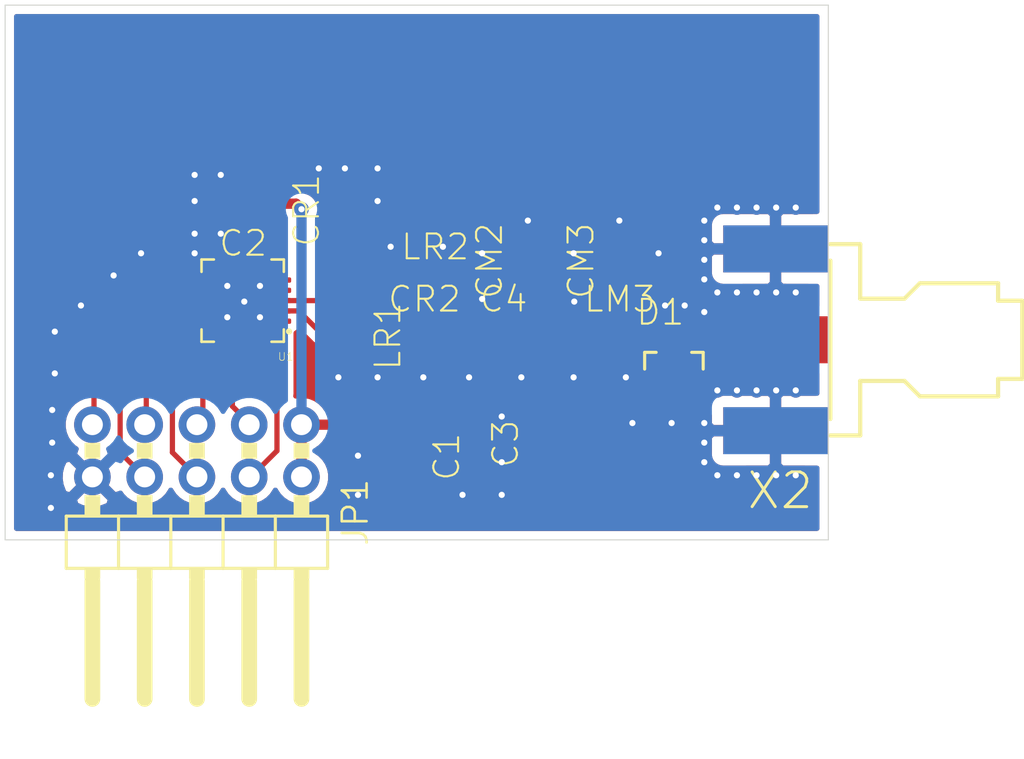
<source format=kicad_pcb>
(kicad_pcb (version 20171130) (host pcbnew "(5.1.5)-3")

  (general
    (thickness 1.6)
    (drawings 5)
    (tracks 146)
    (zones 0)
    (modules 15)
    (nets 22)
  )

  (page A4)
  (layers
    (0 Top signal)
    (31 Bottom signal)
    (32 B.Adhes user)
    (33 F.Adhes user)
    (34 B.Paste user)
    (35 F.Paste user)
    (36 B.SilkS user)
    (37 F.SilkS user)
    (38 B.Mask user)
    (39 F.Mask user)
    (40 Dwgs.User user)
    (41 Cmts.User user)
    (42 Eco1.User user)
    (43 Eco2.User user)
    (44 Edge.Cuts user)
    (45 Margin user)
    (46 B.CrtYd user)
    (47 F.CrtYd user)
    (48 B.Fab user)
    (49 F.Fab user)
  )

  (setup
    (last_trace_width 0.25)
    (trace_clearance 0.2)
    (zone_clearance 0.508)
    (zone_45_only no)
    (trace_min 0.2)
    (via_size 0.8)
    (via_drill 0.4)
    (via_min_size 0.4)
    (via_min_drill 0.3)
    (uvia_size 0.3)
    (uvia_drill 0.1)
    (uvias_allowed no)
    (uvia_min_size 0.2)
    (uvia_min_drill 0.1)
    (edge_width 0.05)
    (segment_width 0.2)
    (pcb_text_width 0.3)
    (pcb_text_size 1.5 1.5)
    (mod_edge_width 0.12)
    (mod_text_size 1 1)
    (mod_text_width 0.15)
    (pad_size 1.524 1.524)
    (pad_drill 0.762)
    (pad_to_mask_clearance 0.051)
    (solder_mask_min_width 0.25)
    (aux_axis_origin 0 0)
    (visible_elements 7FFFFFFF)
    (pcbplotparams
      (layerselection 0x010fc_ffffffff)
      (usegerberextensions false)
      (usegerberattributes false)
      (usegerberadvancedattributes false)
      (creategerberjobfile false)
      (excludeedgelayer true)
      (linewidth 0.100000)
      (plotframeref false)
      (viasonmask false)
      (mode 1)
      (useauxorigin false)
      (hpglpennumber 1)
      (hpglpenspeed 20)
      (hpglpendiameter 15.000000)
      (psnegative false)
      (psa4output false)
      (plotreference true)
      (plotvalue true)
      (plotinvisibletext false)
      (padsonsilk false)
      (subtractmaskfromsilk false)
      (outputformat 1)
      (mirror false)
      (drillshape 1)
      (scaleselection 1)
      (outputdirectory ""))
  )

  (net 0 "")
  (net 1 GND)
  (net 2 +3V3)
  (net 3 "Net-(U1-Pad20)")
  (net 4 "Net-(U1-Pad19)")
  (net 5 /CLK_REF)
  (net 6 "Net-(U1-Pad16)")
  (net 7 /NSEL)
  (net 8 /SDI)
  (net 9 /SDO)
  (net 10 /SCLK)
  (net 11 /NIRQ)
  (net 12 "Net-(U1-Pad10)")
  (net 13 "Net-(U1-Pad9)")
  (net 14 "Net-(U1-Pad7)")
  (net 15 "Net-(U1-Pad4)")
  (net 16 /RXN)
  (net 17 /RXP)
  (net 18 /SDN)
  (net 19 "Net-(CM3-Pad1)")
  (net 20 "Net-(C4-Pad2)")
  (net 21 "Net-(C4-Pad1)")

  (net_class Default "Ceci est la Netclass par défaut."
    (clearance 0.2)
    (trace_width 0.25)
    (via_dia 0.8)
    (via_drill 0.4)
    (uvia_dia 0.3)
    (uvia_drill 0.1)
    (add_net +3V3)
    (add_net /CLK_REF)
    (add_net /NIRQ)
    (add_net /NSEL)
    (add_net /RXN)
    (add_net /RXP)
    (add_net /SCLK)
    (add_net /SDI)
    (add_net /SDN)
    (add_net /SDO)
    (add_net GND)
    (add_net "Net-(C4-Pad1)")
    (add_net "Net-(C4-Pad2)")
    (add_net "Net-(CM3-Pad1)")
    (add_net "Net-(U1-Pad10)")
    (add_net "Net-(U1-Pad16)")
    (add_net "Net-(U1-Pad19)")
    (add_net "Net-(U1-Pad20)")
    (add_net "Net-(U1-Pad4)")
    (add_net "Net-(U1-Pad7)")
    (add_net "Net-(U1-Pad9)")
  )

  (module rx_board:C1206 (layer Top) (tedit 0) (tstamp 5F566DD0)
    (at 147.9811 113.9911 270)
    (descr <b>CAPACITOR</b>)
    (path /BB5F006F)
    (fp_text reference C1 (at -1.27 -1.27 270) (layer F.SilkS)
      (effects (font (size 1.2065 1.2065) (thickness 0.1016)) (justify right top))
    )
    (fp_text value 1u/TA (at -1.27 2.54 270) (layer F.Fab)
      (effects (font (size 1.2065 1.2065) (thickness 0.1016)) (justify right top))
    )
    (fp_poly (pts (xy -0.1999 0.4001) (xy 0.1999 0.4001) (xy 0.1999 -0.4001) (xy -0.1999 -0.4001)) (layer F.Adhes) (width 0))
    (fp_poly (pts (xy 0.9517 0.8491) (xy 1.7018 0.8491) (xy 1.7018 -0.8509) (xy 0.9517 -0.8509)) (layer F.Fab) (width 0))
    (fp_poly (pts (xy -1.7018 0.8509) (xy -0.9517 0.8509) (xy -0.9517 -0.8491) (xy -1.7018 -0.8491)) (layer F.Fab) (width 0))
    (fp_line (start -0.965 0.787) (end 0.965 0.787) (layer F.Fab) (width 0.1016))
    (fp_line (start -0.965 -0.787) (end 0.965 -0.787) (layer F.Fab) (width 0.1016))
    (fp_line (start 2.473 -0.983) (end 2.473 0.983) (layer Dwgs.User) (width 0.0508))
    (fp_line (start -2.473 0.983) (end -2.473 -0.983) (layer Dwgs.User) (width 0.0508))
    (fp_line (start 2.473 0.983) (end -2.473 0.983) (layer Dwgs.User) (width 0.0508))
    (fp_line (start -2.473 -0.983) (end 2.473 -0.983) (layer Dwgs.User) (width 0.0508))
    (pad 2 smd rect (at 1.4 0 270) (size 1.6 1.8) (layers Top F.Paste F.Mask)
      (net 1 GND) (solder_mask_margin 0.1016))
    (pad 1 smd rect (at -1.4 0 270) (size 1.6 1.8) (layers Top F.Paste F.Mask)
      (net 2 +3V3) (solder_mask_margin 0.1016))
  )

  (module rx_board:C0805 (layer Top) (tedit 0) (tstamp 5F566DDE)
    (at 140.0436 101.6086 180)
    (descr <b>CAPACITOR</b><p>)
    (path /BFE17F55)
    (fp_text reference C2 (at -1.27 -1.27 180) (layer F.SilkS)
      (effects (font (size 1.2065 1.2065) (thickness 0.1016)) (justify right top))
    )
    (fp_text value 10n (at -1.27 2.54 180) (layer F.Fab)
      (effects (font (size 1.2065 1.2065) (thickness 0.1016)) (justify right top))
    )
    (fp_poly (pts (xy -0.1001 0.4001) (xy 0.1001 0.4001) (xy 0.1001 -0.4001) (xy -0.1001 -0.4001)) (layer F.Adhes) (width 0))
    (fp_poly (pts (xy 0.3556 0.7239) (xy 1.1057 0.7239) (xy 1.1057 -0.7262) (xy 0.3556 -0.7262)) (layer F.Fab) (width 0))
    (fp_poly (pts (xy -1.0922 0.7239) (xy -0.3421 0.7239) (xy -0.3421 -0.7262) (xy -1.0922 -0.7262)) (layer F.Fab) (width 0))
    (fp_line (start 1.973 -0.983) (end 1.973 0.983) (layer Dwgs.User) (width 0.0508))
    (fp_line (start -0.356 0.66) (end 0.381 0.66) (layer F.Fab) (width 0.1016))
    (fp_line (start -0.381 -0.66) (end 0.381 -0.66) (layer F.Fab) (width 0.1016))
    (fp_line (start -1.973 0.983) (end -1.973 -0.983) (layer Dwgs.User) (width 0.0508))
    (fp_line (start 1.973 0.983) (end -1.973 0.983) (layer Dwgs.User) (width 0.0508))
    (fp_line (start -1.973 -0.983) (end 1.973 -0.983) (layer Dwgs.User) (width 0.0508))
    (pad 2 smd rect (at 0.95 0 180) (size 1.3 1.5) (layers Top F.Paste F.Mask)
      (net 1 GND) (solder_mask_margin 0.1016))
    (pad 1 smd rect (at -0.95 0 180) (size 1.3 1.5) (layers Top F.Paste F.Mask)
      (net 2 +3V3) (solder_mask_margin 0.1016))
  )

  (module rx_board:C0805 (layer Top) (tedit 0) (tstamp 5F566DEC)
    (at 150.8386 113.3561 270)
    (descr <b>CAPACITOR</b><p>)
    (path /4B2BE393)
    (fp_text reference C3 (at -1.27 -1.27 270) (layer F.SilkS)
      (effects (font (size 1.2065 1.2065) (thickness 0.1016)) (justify right top))
    )
    (fp_text value 1n (at -1.27 2.54 270) (layer F.Fab)
      (effects (font (size 1.2065 1.2065) (thickness 0.1016)) (justify right top))
    )
    (fp_poly (pts (xy -0.1001 0.4001) (xy 0.1001 0.4001) (xy 0.1001 -0.4001) (xy -0.1001 -0.4001)) (layer F.Adhes) (width 0))
    (fp_poly (pts (xy 0.3556 0.7239) (xy 1.1057 0.7239) (xy 1.1057 -0.7262) (xy 0.3556 -0.7262)) (layer F.Fab) (width 0))
    (fp_poly (pts (xy -1.0922 0.7239) (xy -0.3421 0.7239) (xy -0.3421 -0.7262) (xy -1.0922 -0.7262)) (layer F.Fab) (width 0))
    (fp_line (start 1.973 -0.983) (end 1.973 0.983) (layer Dwgs.User) (width 0.0508))
    (fp_line (start -0.356 0.66) (end 0.381 0.66) (layer F.Fab) (width 0.1016))
    (fp_line (start -0.381 -0.66) (end 0.381 -0.66) (layer F.Fab) (width 0.1016))
    (fp_line (start -1.973 0.983) (end -1.973 -0.983) (layer Dwgs.User) (width 0.0508))
    (fp_line (start 1.973 0.983) (end -1.973 0.983) (layer Dwgs.User) (width 0.0508))
    (fp_line (start -1.973 -0.983) (end 1.973 -0.983) (layer Dwgs.User) (width 0.0508))
    (pad 2 smd rect (at 0.95 0 270) (size 1.3 1.5) (layers Top F.Paste F.Mask)
      (net 1 GND) (solder_mask_margin 0.1016))
    (pad 1 smd rect (at -0.95 0 270) (size 1.3 1.5) (layers Top F.Paste F.Mask)
      (net 2 +3V3) (solder_mask_margin 0.1016))
  )

  (module rx_board:C0805 (layer Top) (tedit 0) (tstamp 5F566DFA)
    (at 152.7436 108.2761)
    (descr <b>CAPACITOR</b><p>)
    (path /C0BA6C28)
    (fp_text reference C4 (at -1.27 -1.27) (layer F.SilkS)
      (effects (font (size 1.2065 1.2065) (thickness 0.1016)) (justify left bottom))
    )
    (fp_text value 1n (at -1.27 2.54) (layer F.Fab)
      (effects (font (size 1.2065 1.2065) (thickness 0.1016)) (justify left bottom))
    )
    (fp_poly (pts (xy -0.1001 0.4001) (xy 0.1001 0.4001) (xy 0.1001 -0.4001) (xy -0.1001 -0.4001)) (layer F.Adhes) (width 0))
    (fp_poly (pts (xy 0.3556 0.7239) (xy 1.1057 0.7239) (xy 1.1057 -0.7262) (xy 0.3556 -0.7262)) (layer F.Fab) (width 0))
    (fp_poly (pts (xy -1.0922 0.7239) (xy -0.3421 0.7239) (xy -0.3421 -0.7262) (xy -1.0922 -0.7262)) (layer F.Fab) (width 0))
    (fp_line (start 1.973 -0.983) (end 1.973 0.983) (layer Dwgs.User) (width 0.0508))
    (fp_line (start -0.356 0.66) (end 0.381 0.66) (layer F.Fab) (width 0.1016))
    (fp_line (start -0.381 -0.66) (end 0.381 -0.66) (layer F.Fab) (width 0.1016))
    (fp_line (start -1.973 0.983) (end -1.973 -0.983) (layer Dwgs.User) (width 0.0508))
    (fp_line (start 1.973 0.983) (end -1.973 0.983) (layer Dwgs.User) (width 0.0508))
    (fp_line (start -1.973 -0.983) (end 1.973 -0.983) (layer Dwgs.User) (width 0.0508))
    (pad 2 smd rect (at 0.95 0) (size 1.3 1.5) (layers Top F.Paste F.Mask)
      (net 20 "Net-(C4-Pad2)") (solder_mask_margin 0.1016))
    (pad 1 smd rect (at -0.95 0) (size 1.3 1.5) (layers Top F.Paste F.Mask)
      (net 21 "Net-(C4-Pad1)") (solder_mask_margin 0.1016))
  )

  (module rx_board:C0805 (layer Top) (tedit 0) (tstamp 5F566E08)
    (at 154.0136 105.1011 90)
    (descr <b>CAPACITOR</b><p>)
    (path /4B67AF05)
    (fp_text reference CM2 (at -1.27 -1.27 90) (layer F.SilkS)
      (effects (font (size 1.2065 1.2065) (thickness 0.1016)) (justify left bottom))
    )
    (fp_text value 9p1 (at -1.27 2.54 90) (layer F.Fab)
      (effects (font (size 1.2065 1.2065) (thickness 0.1016)) (justify left bottom))
    )
    (fp_poly (pts (xy -0.1001 0.4001) (xy 0.1001 0.4001) (xy 0.1001 -0.4001) (xy -0.1001 -0.4001)) (layer F.Adhes) (width 0))
    (fp_poly (pts (xy 0.3556 0.7239) (xy 1.1057 0.7239) (xy 1.1057 -0.7262) (xy 0.3556 -0.7262)) (layer F.Fab) (width 0))
    (fp_poly (pts (xy -1.0922 0.7239) (xy -0.3421 0.7239) (xy -0.3421 -0.7262) (xy -1.0922 -0.7262)) (layer F.Fab) (width 0))
    (fp_line (start 1.973 -0.983) (end 1.973 0.983) (layer Dwgs.User) (width 0.0508))
    (fp_line (start -0.356 0.66) (end 0.381 0.66) (layer F.Fab) (width 0.1016))
    (fp_line (start -0.381 -0.66) (end 0.381 -0.66) (layer F.Fab) (width 0.1016))
    (fp_line (start -1.973 0.983) (end -1.973 -0.983) (layer Dwgs.User) (width 0.0508))
    (fp_line (start 1.973 0.983) (end -1.973 0.983) (layer Dwgs.User) (width 0.0508))
    (fp_line (start -1.973 -0.983) (end 1.973 -0.983) (layer Dwgs.User) (width 0.0508))
    (pad 2 smd rect (at 0.95 0 90) (size 1.3 1.5) (layers Top F.Paste F.Mask)
      (net 1 GND) (solder_mask_margin 0.1016))
    (pad 1 smd rect (at -0.95 0 90) (size 1.3 1.5) (layers Top F.Paste F.Mask)
      (net 20 "Net-(C4-Pad2)") (solder_mask_margin 0.1016))
  )

  (module rx_board:C0805 (layer Top) (tedit 0) (tstamp 5F566E16)
    (at 158.4586 105.1011 90)
    (descr <b>CAPACITOR</b><p>)
    (path /A3667564)
    (fp_text reference CM3 (at -1.27 -1.27 90) (layer F.SilkS)
      (effects (font (size 1.2065 1.2065) (thickness 0.1016)) (justify left bottom))
    )
    (fp_text value 9p1 (at -1.27 2.54 90) (layer F.Fab)
      (effects (font (size 1.2065 1.2065) (thickness 0.1016)) (justify left bottom))
    )
    (fp_poly (pts (xy -0.1001 0.4001) (xy 0.1001 0.4001) (xy 0.1001 -0.4001) (xy -0.1001 -0.4001)) (layer F.Adhes) (width 0))
    (fp_poly (pts (xy 0.3556 0.7239) (xy 1.1057 0.7239) (xy 1.1057 -0.7262) (xy 0.3556 -0.7262)) (layer F.Fab) (width 0))
    (fp_poly (pts (xy -1.0922 0.7239) (xy -0.3421 0.7239) (xy -0.3421 -0.7262) (xy -1.0922 -0.7262)) (layer F.Fab) (width 0))
    (fp_line (start 1.973 -0.983) (end 1.973 0.983) (layer Dwgs.User) (width 0.0508))
    (fp_line (start -0.356 0.66) (end 0.381 0.66) (layer F.Fab) (width 0.1016))
    (fp_line (start -0.381 -0.66) (end 0.381 -0.66) (layer F.Fab) (width 0.1016))
    (fp_line (start -1.973 0.983) (end -1.973 -0.983) (layer Dwgs.User) (width 0.0508))
    (fp_line (start 1.973 0.983) (end -1.973 0.983) (layer Dwgs.User) (width 0.0508))
    (fp_line (start -1.973 -0.983) (end 1.973 -0.983) (layer Dwgs.User) (width 0.0508))
    (pad 2 smd rect (at 0.95 0 90) (size 1.3 1.5) (layers Top F.Paste F.Mask)
      (net 1 GND) (solder_mask_margin 0.1016))
    (pad 1 smd rect (at -0.95 0 90) (size 1.3 1.5) (layers Top F.Paste F.Mask)
      (net 19 "Net-(CM3-Pad1)") (solder_mask_margin 0.1016))
  )

  (module rx_board:C0805 (layer Top) (tedit 0) (tstamp 5F566E24)
    (at 145.1236 102.5611 90)
    (descr <b>CAPACITOR</b><p>)
    (path /F5729516)
    (fp_text reference CR1 (at -1.27 -1.27 90) (layer F.SilkS)
      (effects (font (size 1.2065 1.2065) (thickness 0.1016)) (justify left bottom))
    )
    (fp_text value 3p9 (at -1.27 2.54 90) (layer F.Fab)
      (effects (font (size 1.2065 1.2065) (thickness 0.1016)) (justify left bottom))
    )
    (fp_poly (pts (xy -0.1001 0.4001) (xy 0.1001 0.4001) (xy 0.1001 -0.4001) (xy -0.1001 -0.4001)) (layer F.Adhes) (width 0))
    (fp_poly (pts (xy 0.3556 0.7239) (xy 1.1057 0.7239) (xy 1.1057 -0.7262) (xy 0.3556 -0.7262)) (layer F.Fab) (width 0))
    (fp_poly (pts (xy -1.0922 0.7239) (xy -0.3421 0.7239) (xy -0.3421 -0.7262) (xy -1.0922 -0.7262)) (layer F.Fab) (width 0))
    (fp_line (start 1.973 -0.983) (end 1.973 0.983) (layer Dwgs.User) (width 0.0508))
    (fp_line (start -0.356 0.66) (end 0.381 0.66) (layer F.Fab) (width 0.1016))
    (fp_line (start -0.381 -0.66) (end 0.381 -0.66) (layer F.Fab) (width 0.1016))
    (fp_line (start -1.973 0.983) (end -1.973 -0.983) (layer Dwgs.User) (width 0.0508))
    (fp_line (start 1.973 0.983) (end -1.973 0.983) (layer Dwgs.User) (width 0.0508))
    (fp_line (start -1.973 -0.983) (end 1.973 -0.983) (layer Dwgs.User) (width 0.0508))
    (pad 2 smd rect (at 0.95 0 90) (size 1.3 1.5) (layers Top F.Paste F.Mask)
      (net 1 GND) (solder_mask_margin 0.1016))
    (pad 1 smd rect (at -0.95 0 90) (size 1.3 1.5) (layers Top F.Paste F.Mask)
      (net 16 /RXN) (solder_mask_margin 0.1016))
  )

  (module rx_board:C0805 (layer Top) (tedit 0) (tstamp 5F566E32)
    (at 148.2986 108.2761)
    (descr <b>CAPACITOR</b><p>)
    (path /7EC2353A)
    (fp_text reference CR2 (at -1.27 -1.27) (layer F.SilkS)
      (effects (font (size 1.2065 1.2065) (thickness 0.1016)) (justify left bottom))
    )
    (fp_text value 2p2 (at -1.27 2.54) (layer F.Fab)
      (effects (font (size 1.2065 1.2065) (thickness 0.1016)) (justify left bottom))
    )
    (fp_poly (pts (xy -0.1001 0.4001) (xy 0.1001 0.4001) (xy 0.1001 -0.4001) (xy -0.1001 -0.4001)) (layer F.Adhes) (width 0))
    (fp_poly (pts (xy 0.3556 0.7239) (xy 1.1057 0.7239) (xy 1.1057 -0.7262) (xy 0.3556 -0.7262)) (layer F.Fab) (width 0))
    (fp_poly (pts (xy -1.0922 0.7239) (xy -0.3421 0.7239) (xy -0.3421 -0.7262) (xy -1.0922 -0.7262)) (layer F.Fab) (width 0))
    (fp_line (start 1.973 -0.983) (end 1.973 0.983) (layer Dwgs.User) (width 0.0508))
    (fp_line (start -0.356 0.66) (end 0.381 0.66) (layer F.Fab) (width 0.1016))
    (fp_line (start -0.381 -0.66) (end 0.381 -0.66) (layer F.Fab) (width 0.1016))
    (fp_line (start -1.973 0.983) (end -1.973 -0.983) (layer Dwgs.User) (width 0.0508))
    (fp_line (start 1.973 0.983) (end -1.973 0.983) (layer Dwgs.User) (width 0.0508))
    (fp_line (start -1.973 -0.983) (end 1.973 -0.983) (layer Dwgs.User) (width 0.0508))
    (pad 2 smd rect (at 0.95 0) (size 1.3 1.5) (layers Top F.Paste F.Mask)
      (net 21 "Net-(C4-Pad1)") (solder_mask_margin 0.1016))
    (pad 1 smd rect (at -0.95 0) (size 1.3 1.5) (layers Top F.Paste F.Mask)
      (net 17 /RXP) (solder_mask_margin 0.1016))
  )

  (module rx_board:SOT23 (layer Top) (tedit 0) (tstamp 5F566E40)
    (at 160.9986 109.5461)
    (descr <B>DIODE</B>)
    (path /C78C3FBD)
    (fp_text reference D1 (at -1.905 -1.905) (layer F.SilkS)
      (effects (font (size 1.2065 1.2065) (thickness 0.1016)) (justify left bottom))
    )
    (fp_text value BAS70-04 (at -1.905 3.175) (layer F.Fab)
      (effects (font (size 1.2065 1.2065) (thickness 0.1016)) (justify left bottom))
    )
    (fp_poly (pts (xy -1.1684 1.2954) (xy -0.7112 1.2954) (xy -0.7112 0.7112) (xy -1.1684 0.7112)) (layer F.Fab) (width 0))
    (fp_poly (pts (xy 0.7112 1.2954) (xy 1.1684 1.2954) (xy 1.1684 0.7112) (xy 0.7112 0.7112)) (layer F.Fab) (width 0))
    (fp_poly (pts (xy -0.2286 -0.7112) (xy 0.2286 -0.7112) (xy 0.2286 -1.2954) (xy -0.2286 -1.2954)) (layer F.Fab) (width 0))
    (fp_line (start 0.8636 -0.6604) (end 1.4224 -0.6604) (layer F.SilkS) (width 0.1524))
    (fp_line (start 1.4224 -0.6604) (end 1.4224 0.1524) (layer F.SilkS) (width 0.1524))
    (fp_line (start -1.4224 -0.6604) (end -0.8636 -0.6604) (layer F.SilkS) (width 0.1524))
    (fp_line (start -1.4224 0.1524) (end -1.4224 -0.6604) (layer F.SilkS) (width 0.1524))
    (fp_line (start -1.4224 -0.6604) (end 1.4224 -0.6604) (layer F.Fab) (width 0.1524))
    (fp_line (start -1.4224 0.6604) (end -1.4224 -0.6604) (layer F.Fab) (width 0.1524))
    (fp_line (start 1.4224 0.6604) (end -1.4224 0.6604) (layer F.Fab) (width 0.1524))
    (fp_line (start 1.4224 -0.6604) (end 1.4224 0.6604) (layer F.Fab) (width 0.1524))
    (pad 1 smd rect (at -0.95 1.1) (size 1 1.4) (layers Top F.Paste F.Mask)
      (net 1 GND) (solder_mask_margin 0.1016))
    (pad 2 smd rect (at 0.95 1.1) (size 1 1.4) (layers Top F.Paste F.Mask)
      (net 1 GND) (solder_mask_margin 0.1016))
    (pad 3 smd rect (at 0 -1.1) (size 1 1.4) (layers Top F.Paste F.Mask)
      (net 19 "Net-(CM3-Pad1)") (solder_mask_margin 0.1016))
  )

  (module rx_board:2X05_90 (layer Top) (tedit 0) (tstamp 5F566E51)
    (at 137.8211 118.7536 180)
    (descr "<b>PIN HEADER</b>")
    (path /0B60073D)
    (fp_text reference JP1 (at -6.985 3.81 270) (layer F.SilkS)
      (effects (font (size 1.2065 1.2065) (thickness 0.127)) (justify right top))
    )
    (fp_text value PINHD-2X5_90 (at 8.255 3.81 270) (layer F.Fab)
      (effects (font (size 1.2065 1.2065) (thickness 0.1016)) (justify right top))
    )
    (fp_poly (pts (xy 4.699 4.699) (xy 5.461 4.699) (xy 5.461 2.921) (xy 4.699 2.921)) (layer F.Fab) (width 0))
    (fp_poly (pts (xy 4.699 5.461) (xy 5.461 5.461) (xy 5.461 4.699) (xy 4.699 4.699)) (layer F.SilkS) (width 0))
    (fp_poly (pts (xy 4.699 2.921) (xy 5.461 2.921) (xy 5.461 1.905) (xy 4.699 1.905)) (layer F.SilkS) (width 0))
    (fp_poly (pts (xy 2.159 5.461) (xy 2.921 5.461) (xy 2.921 4.699) (xy 2.159 4.699)) (layer F.SilkS) (width 0))
    (fp_poly (pts (xy 2.159 4.699) (xy 2.921 4.699) (xy 2.921 2.921) (xy 2.159 2.921)) (layer F.Fab) (width 0))
    (fp_poly (pts (xy -0.381 4.699) (xy 0.381 4.699) (xy 0.381 2.921) (xy -0.381 2.921)) (layer F.Fab) (width 0))
    (fp_poly (pts (xy -0.381 5.461) (xy 0.381 5.461) (xy 0.381 4.699) (xy -0.381 4.699)) (layer F.SilkS) (width 0))
    (fp_poly (pts (xy 2.159 2.921) (xy 2.921 2.921) (xy 2.921 1.905) (xy 2.159 1.905)) (layer F.SilkS) (width 0))
    (fp_poly (pts (xy -0.381 2.921) (xy 0.381 2.921) (xy 0.381 1.905) (xy -0.381 1.905)) (layer F.SilkS) (width 0))
    (fp_poly (pts (xy -2.921 5.461) (xy -2.159 5.461) (xy -2.159 4.699) (xy -2.921 4.699)) (layer F.SilkS) (width 0))
    (fp_poly (pts (xy -2.921 4.699) (xy -2.159 4.699) (xy -2.159 2.921) (xy -2.921 2.921)) (layer F.Fab) (width 0))
    (fp_poly (pts (xy -5.461 4.699) (xy -4.699 4.699) (xy -4.699 2.921) (xy -5.461 2.921)) (layer F.Fab) (width 0))
    (fp_poly (pts (xy -5.461 5.461) (xy -4.699 5.461) (xy -4.699 4.699) (xy -5.461 4.699)) (layer F.SilkS) (width 0))
    (fp_poly (pts (xy -2.921 2.921) (xy -2.159 2.921) (xy -2.159 1.905) (xy -2.921 1.905)) (layer F.SilkS) (width 0))
    (fp_poly (pts (xy -5.461 2.921) (xy -4.699 2.921) (xy -4.699 1.905) (xy -5.461 1.905)) (layer F.SilkS) (width 0))
    (fp_poly (pts (xy 4.699 -0.635) (xy 5.461 -0.635) (xy 5.461 -1.143) (xy 4.699 -1.143)) (layer F.SilkS) (width 0))
    (fp_poly (pts (xy 2.159 -0.635) (xy 2.921 -0.635) (xy 2.921 -1.143) (xy 2.159 -1.143)) (layer F.SilkS) (width 0))
    (fp_poly (pts (xy -0.381 -0.635) (xy 0.381 -0.635) (xy 0.381 -1.143) (xy -0.381 -1.143)) (layer F.SilkS) (width 0))
    (fp_poly (pts (xy -2.921 -0.635) (xy -2.159 -0.635) (xy -2.159 -1.143) (xy -2.921 -1.143)) (layer F.SilkS) (width 0))
    (fp_poly (pts (xy -5.461 -0.635) (xy -4.699 -0.635) (xy -4.699 -1.143) (xy -5.461 -1.143)) (layer F.SilkS) (width 0))
    (fp_line (start 5.08 -6.985) (end 5.08 -1.27) (layer F.SilkS) (width 0.762))
    (fp_line (start 6.35 -0.635) (end 3.81 -0.635) (layer F.SilkS) (width 0.1524))
    (fp_line (start 6.35 1.905) (end 6.35 -0.635) (layer F.SilkS) (width 0.1524))
    (fp_line (start 3.81 1.905) (end 6.35 1.905) (layer F.SilkS) (width 0.1524))
    (fp_line (start 2.54 -6.985) (end 2.54 -1.27) (layer F.SilkS) (width 0.762))
    (fp_line (start 3.81 -0.635) (end 1.27 -0.635) (layer F.SilkS) (width 0.1524))
    (fp_line (start 3.81 1.905) (end 3.81 -0.635) (layer F.SilkS) (width 0.1524))
    (fp_line (start 1.27 1.905) (end 3.81 1.905) (layer F.SilkS) (width 0.1524))
    (fp_line (start 0 -6.985) (end 0 -1.27) (layer F.SilkS) (width 0.762))
    (fp_line (start 1.27 -0.635) (end -1.27 -0.635) (layer F.SilkS) (width 0.1524))
    (fp_line (start 1.27 1.905) (end 1.27 -0.635) (layer F.SilkS) (width 0.1524))
    (fp_line (start -1.27 1.905) (end 1.27 1.905) (layer F.SilkS) (width 0.1524))
    (fp_line (start -2.54 -6.985) (end -2.54 -1.27) (layer F.SilkS) (width 0.762))
    (fp_line (start -1.27 -0.635) (end -3.81 -0.635) (layer F.SilkS) (width 0.1524))
    (fp_line (start -1.27 1.905) (end -1.27 -0.635) (layer F.SilkS) (width 0.1524))
    (fp_line (start -3.81 1.905) (end -1.27 1.905) (layer F.SilkS) (width 0.1524))
    (fp_line (start -5.08 -6.985) (end -5.08 -1.27) (layer F.SilkS) (width 0.762))
    (fp_line (start -6.35 -0.635) (end -6.35 1.905) (layer F.SilkS) (width 0.1524))
    (fp_line (start -3.81 -0.635) (end -6.35 -0.635) (layer F.SilkS) (width 0.1524))
    (fp_line (start -3.81 1.905) (end -3.81 -0.635) (layer F.SilkS) (width 0.1524))
    (fp_line (start -6.35 1.905) (end -3.81 1.905) (layer F.SilkS) (width 0.1524))
    (pad 9 thru_hole circle (at 5.08 6.35 180) (size 1.778 1.778) (drill 1.016) (layers *.Cu *.Mask)
      (net 11 /NIRQ) (solder_mask_margin 0.1016))
    (pad 7 thru_hole circle (at 2.54 6.35 180) (size 1.778 1.778) (drill 1.016) (layers *.Cu *.Mask)
      (net 9 /SDO) (solder_mask_margin 0.1016))
    (pad 5 thru_hole circle (at 0 6.35 180) (size 1.778 1.778) (drill 1.016) (layers *.Cu *.Mask)
      (net 7 /NSEL) (solder_mask_margin 0.1016))
    (pad 3 thru_hole circle (at -2.54 6.35 180) (size 1.778 1.778) (drill 1.016) (layers *.Cu *.Mask)
      (net 5 /CLK_REF) (solder_mask_margin 0.1016))
    (pad 1 thru_hole circle (at -5.08 6.35 180) (size 1.778 1.778) (drill 1.016) (layers *.Cu *.Mask)
      (net 2 +3V3) (solder_mask_margin 0.1016))
    (pad 10 thru_hole circle (at 5.08 3.81 180) (size 1.778 1.778) (drill 1.016) (layers *.Cu *.Mask)
      (net 1 GND) (solder_mask_margin 0.1016))
    (pad 8 thru_hole circle (at 2.54 3.81 180) (size 1.778 1.778) (drill 1.016) (layers *.Cu *.Mask)
      (net 10 /SCLK) (solder_mask_margin 0.1016))
    (pad 6 thru_hole circle (at 0 3.81 180) (size 1.778 1.778) (drill 1.016) (layers *.Cu *.Mask)
      (net 8 /SDI) (solder_mask_margin 0.1016))
    (pad 4 thru_hole circle (at -2.54 3.81 180) (size 1.778 1.778) (drill 1.016) (layers *.Cu *.Mask)
      (net 18 /SDN) (solder_mask_margin 0.1016))
    (pad 2 thru_hole circle (at -5.08 3.81 180) (size 1.778 1.778) (drill 1.016) (layers *.Cu *.Mask)
      (net 2 +3V3) (solder_mask_margin 0.1016))
  )

  (module rx_board:R0805 (layer Top) (tedit 0) (tstamp 5F566E87)
    (at 157.1886 108.2761)
    (descr <b>RESISTOR</b><p>)
    (path /F9D46F69)
    (fp_text reference LM3 (at -0.635 -1.27) (layer F.SilkS)
      (effects (font (size 1.2065 1.2065) (thickness 0.1016)) (justify left bottom))
    )
    (fp_text value 15nH (at -0.635 2.54) (layer F.Fab)
      (effects (font (size 1.2065 1.2065) (thickness 0.1016)) (justify left bottom))
    )
    (fp_poly (pts (xy -0.1999 0.5001) (xy 0.1999 0.5001) (xy 0.1999 -0.5001) (xy -0.1999 -0.5001)) (layer F.Adhes) (width 0))
    (fp_poly (pts (xy -1.0668 0.6985) (xy -0.4168 0.6985) (xy -0.4168 -0.7015) (xy -1.0668 -0.7015)) (layer F.Fab) (width 0))
    (fp_poly (pts (xy 0.4064 0.6985) (xy 1.0564 0.6985) (xy 1.0564 -0.7015) (xy 0.4064 -0.7015)) (layer F.Fab) (width 0))
    (fp_line (start -1.973 0.983) (end -1.973 -0.983) (layer Dwgs.User) (width 0.0508))
    (fp_line (start 1.973 0.983) (end -1.973 0.983) (layer Dwgs.User) (width 0.0508))
    (fp_line (start 1.973 -0.983) (end 1.973 0.983) (layer Dwgs.User) (width 0.0508))
    (fp_line (start -1.973 -0.983) (end 1.973 -0.983) (layer Dwgs.User) (width 0.0508))
    (fp_line (start -0.41 0.635) (end 0.41 0.635) (layer F.Fab) (width 0.1524))
    (fp_line (start -0.41 -0.635) (end 0.41 -0.635) (layer F.Fab) (width 0.1524))
    (pad 2 smd rect (at 0.95 0) (size 1.3 1.5) (layers Top F.Paste F.Mask)
      (net 19 "Net-(CM3-Pad1)") (solder_mask_margin 0.1016))
    (pad 1 smd rect (at -0.95 0) (size 1.3 1.5) (layers Top F.Paste F.Mask)
      (net 20 "Net-(C4-Pad2)") (solder_mask_margin 0.1016))
  )

  (module rx_board:R0805 (layer Top) (tedit 0) (tstamp 5F566E95)
    (at 145.1236 107.0061 270)
    (descr <b>RESISTOR</b><p>)
    (path /92F2B099)
    (fp_text reference LR1 (at -0.635 -1.27 270) (layer F.SilkS)
      (effects (font (size 1.2065 1.2065) (thickness 0.1016)) (justify right top))
    )
    (fp_text value 56nH (at -0.635 2.54 270) (layer F.Fab)
      (effects (font (size 1.2065 1.2065) (thickness 0.1016)) (justify right top))
    )
    (fp_poly (pts (xy -0.1999 0.5001) (xy 0.1999 0.5001) (xy 0.1999 -0.5001) (xy -0.1999 -0.5001)) (layer F.Adhes) (width 0))
    (fp_poly (pts (xy -1.0668 0.6985) (xy -0.4168 0.6985) (xy -0.4168 -0.7015) (xy -1.0668 -0.7015)) (layer F.Fab) (width 0))
    (fp_poly (pts (xy 0.4064 0.6985) (xy 1.0564 0.6985) (xy 1.0564 -0.7015) (xy 0.4064 -0.7015)) (layer F.Fab) (width 0))
    (fp_line (start -1.973 0.983) (end -1.973 -0.983) (layer Dwgs.User) (width 0.0508))
    (fp_line (start 1.973 0.983) (end -1.973 0.983) (layer Dwgs.User) (width 0.0508))
    (fp_line (start 1.973 -0.983) (end 1.973 0.983) (layer Dwgs.User) (width 0.0508))
    (fp_line (start -1.973 -0.983) (end 1.973 -0.983) (layer Dwgs.User) (width 0.0508))
    (fp_line (start -0.41 0.635) (end 0.41 0.635) (layer F.Fab) (width 0.1524))
    (fp_line (start -0.41 -0.635) (end 0.41 -0.635) (layer F.Fab) (width 0.1524))
    (pad 2 smd rect (at 0.95 0 270) (size 1.3 1.5) (layers Top F.Paste F.Mask)
      (net 17 /RXP) (solder_mask_margin 0.1016))
    (pad 1 smd rect (at -0.95 0 270) (size 1.3 1.5) (layers Top F.Paste F.Mask)
      (net 16 /RXN) (solder_mask_margin 0.1016))
  )

  (module rx_board:R0805 (layer Top) (tedit 0) (tstamp 5F566EA3)
    (at 148.2986 105.7361)
    (descr <b>RESISTOR</b><p>)
    (path /C3326327)
    (fp_text reference LR2 (at -0.635 -1.27) (layer F.SilkS)
      (effects (font (size 1.2065 1.2065) (thickness 0.1016)) (justify left bottom))
    )
    (fp_text value 51nH (at -0.635 2.54) (layer F.Fab)
      (effects (font (size 1.2065 1.2065) (thickness 0.1016)) (justify left bottom))
    )
    (fp_poly (pts (xy -0.1999 0.5001) (xy 0.1999 0.5001) (xy 0.1999 -0.5001) (xy -0.1999 -0.5001)) (layer F.Adhes) (width 0))
    (fp_poly (pts (xy -1.0668 0.6985) (xy -0.4168 0.6985) (xy -0.4168 -0.7015) (xy -1.0668 -0.7015)) (layer F.Fab) (width 0))
    (fp_poly (pts (xy 0.4064 0.6985) (xy 1.0564 0.6985) (xy 1.0564 -0.7015) (xy 0.4064 -0.7015)) (layer F.Fab) (width 0))
    (fp_line (start -1.973 0.983) (end -1.973 -0.983) (layer Dwgs.User) (width 0.0508))
    (fp_line (start 1.973 0.983) (end -1.973 0.983) (layer Dwgs.User) (width 0.0508))
    (fp_line (start 1.973 -0.983) (end 1.973 0.983) (layer Dwgs.User) (width 0.0508))
    (fp_line (start -1.973 -0.983) (end 1.973 -0.983) (layer Dwgs.User) (width 0.0508))
    (fp_line (start -0.41 0.635) (end 0.41 0.635) (layer F.Fab) (width 0.1524))
    (fp_line (start -0.41 -0.635) (end 0.41 -0.635) (layer F.Fab) (width 0.1524))
    (pad 2 smd rect (at 0.95 0) (size 1.3 1.5) (layers Top F.Paste F.Mask)
      (net 21 "Net-(C4-Pad1)") (solder_mask_margin 0.1016))
    (pad 1 smd rect (at -0.95 0) (size 1.3 1.5) (layers Top F.Paste F.Mask)
      (net 16 /RXN) (solder_mask_margin 0.1016))
  )

  (module rx_board:QFN50P400X400X90-20N (layer Top) (tedit 0) (tstamp 5F566EB1)
    (at 140.0436 106.3711 180)
    (path /94FABF20)
    (fp_text reference U1 (at -2.502531 -2.502531 180) (layer F.SilkS)
      (effects (font (size 0.386471 0.386471) (thickness 0.032544)) (justify right top))
    )
    (fp_text value SI4463-C2A-GM (at -2.50564 3.006781 180) (layer F.Fab)
      (effects (font (size 0.386952 0.386952) (thickness 0.032585)) (justify right top))
    )
    (fp_poly (pts (xy -0.125001 0.124999) (xy -1.04756 0.124999) (xy -1.04756 1.047558) (xy -0.125001 1.047558)) (layer F.Paste) (width 0))
    (fp_poly (pts (xy 0.124291 0.125901) (xy 0.124291 1.045708) (xy 1.0459 1.045708) (xy 1.0459 0.125901)) (layer F.Paste) (width 0))
    (fp_poly (pts (xy -0.126417 -0.123887) (xy -0.126417 -1.046418) (xy -1.046114 -1.046418) (xy -1.046114 -0.123887)) (layer F.Paste) (width 0))
    (fp_poly (pts (xy 0.125268 -0.125268) (xy 1.045 -0.125268) (xy 1.045 -1.045) (xy 0.125268 -1.045)) (layer F.Paste) (width 0))
    (fp_circle (center -2.25 -1.5) (end -2.175 -1.5) (layer F.SilkS) (width 0.15))
    (fp_line (start 2.5 -2.5) (end -2.5 -2.5) (layer Dwgs.User) (width 0.05))
    (fp_line (start 2.5 2.5) (end 2.5 -2.5) (layer Dwgs.User) (width 0.05))
    (fp_line (start -2.5 2.5) (end 2.5 2.5) (layer Dwgs.User) (width 0.05))
    (fp_line (start -2.5 -2.5) (end -2.5 2.5) (layer Dwgs.User) (width 0.05))
    (fp_line (start -2 2) (end -1.4 2) (layer F.SilkS) (width 0.127))
    (fp_line (start -2 1.4) (end -2 2) (layer F.SilkS) (width 0.127))
    (fp_line (start 2 2) (end 2 1.4) (layer F.SilkS) (width 0.127))
    (fp_line (start 1.4 2) (end 2 2) (layer F.SilkS) (width 0.127))
    (fp_line (start 2 -2) (end 2 -1.4) (layer F.SilkS) (width 0.127))
    (fp_line (start 1.4 -2) (end 2 -2) (layer F.SilkS) (width 0.127))
    (fp_line (start -2 -2) (end -1.4 -2) (layer F.SilkS) (width 0.127))
    (fp_line (start -2 -1.4) (end -2 -2) (layer F.SilkS) (width 0.127))
    (fp_line (start 2 -2) (end -2 -2) (layer F.Fab) (width 0.127))
    (fp_line (start 2 2) (end 2 -2) (layer F.Fab) (width 0.127))
    (fp_line (start -2 2) (end 2 2) (layer F.Fab) (width 0.127))
    (fp_line (start -2 -2) (end -2 2) (layer F.Fab) (width 0.127))
    (pad 21 smd rect (at 0 0 180) (size 2.6 2.6) (layers Top F.Mask)
      (net 1 GND) (solder_mask_margin 0.1016))
    (pad 20 smd roundrect (at -1 -1.935 180) (size 0.26 0.84) (layers Top F.Paste F.Mask) (roundrect_rratio 0.27)
      (net 3 "Net-(U1-Pad20)") (solder_mask_margin 0.1016))
    (pad 19 smd roundrect (at -0.5 -1.935 180) (size 0.26 0.84) (layers Top F.Paste F.Mask) (roundrect_rratio 0.27)
      (net 4 "Net-(U1-Pad19)") (solder_mask_margin 0.1016))
    (pad 18 smd roundrect (at 0 -1.935 180) (size 0.26 0.84) (layers Top F.Paste F.Mask) (roundrect_rratio 0.27)
      (net 1 GND) (solder_mask_margin 0.1016))
    (pad 17 smd roundrect (at 0.5 -1.935 180) (size 0.26 0.84) (layers Top F.Paste F.Mask) (roundrect_rratio 0.27)
      (net 5 /CLK_REF) (solder_mask_margin 0.1016))
    (pad 16 smd roundrect (at 1 -1.935 180) (size 0.26 0.84) (layers Top F.Paste F.Mask) (roundrect_rratio 0.27)
      (net 6 "Net-(U1-Pad16)") (solder_mask_margin 0.1016))
    (pad 15 smd roundrect (at 1.935 -1 90) (size 0.26 0.84) (layers Top F.Paste F.Mask) (roundrect_rratio 0.27)
      (net 7 /NSEL) (solder_mask_margin 0.1016))
    (pad 14 smd roundrect (at 1.935 -0.5 90) (size 0.26 0.84) (layers Top F.Paste F.Mask) (roundrect_rratio 0.27)
      (net 8 /SDI) (solder_mask_margin 0.1016))
    (pad 13 smd roundrect (at 1.935 0 90) (size 0.26 0.84) (layers Top F.Paste F.Mask) (roundrect_rratio 0.27)
      (net 9 /SDO) (solder_mask_margin 0.1016))
    (pad 12 smd roundrect (at 1.935 0.5 90) (size 0.26 0.84) (layers Top F.Paste F.Mask) (roundrect_rratio 0.27)
      (net 10 /SCLK) (solder_mask_margin 0.1016))
    (pad 11 smd roundrect (at 1.935 1 90) (size 0.26 0.84) (layers Top F.Paste F.Mask) (roundrect_rratio 0.27)
      (net 11 /NIRQ) (solder_mask_margin 0.1016))
    (pad 10 smd roundrect (at 1 1.935) (size 0.26 0.84) (layers Top F.Paste F.Mask) (roundrect_rratio 0.27)
      (net 12 "Net-(U1-Pad10)") (solder_mask_margin 0.1016))
    (pad 9 smd roundrect (at 0.5 1.935) (size 0.26 0.84) (layers Top F.Paste F.Mask) (roundrect_rratio 0.27)
      (net 13 "Net-(U1-Pad9)") (solder_mask_margin 0.1016))
    (pad 8 smd roundrect (at 0 1.935) (size 0.26 0.84) (layers Top F.Paste F.Mask) (roundrect_rratio 0.27)
      (net 2 +3V3) (solder_mask_margin 0.1016))
    (pad 7 smd roundrect (at -0.5 1.935) (size 0.26 0.84) (layers Top F.Paste F.Mask) (roundrect_rratio 0.27)
      (net 14 "Net-(U1-Pad7)") (solder_mask_margin 0.1016))
    (pad 6 smd roundrect (at -1 1.935) (size 0.26 0.84) (layers Top F.Paste F.Mask) (roundrect_rratio 0.27)
      (net 2 +3V3) (solder_mask_margin 0.1016))
    (pad 5 smd roundrect (at -1.935 1 270) (size 0.26 0.84) (layers Top F.Paste F.Mask) (roundrect_rratio 0.27)
      (solder_mask_margin 0.1016))
    (pad 4 smd roundrect (at -1.935 0.5 270) (size 0.26 0.84) (layers Top F.Paste F.Mask) (roundrect_rratio 0.27)
      (net 15 "Net-(U1-Pad4)") (solder_mask_margin 0.1016))
    (pad 3 smd roundrect (at -1.935 0 270) (size 0.26 0.84) (layers Top F.Paste F.Mask) (roundrect_rratio 0.27)
      (net 16 /RXN) (solder_mask_margin 0.1016))
    (pad 2 smd roundrect (at -1.935 -0.5 270) (size 0.26 0.84) (layers Top F.Paste F.Mask) (roundrect_rratio 0.27)
      (net 17 /RXP) (solder_mask_margin 0.1016))
    (pad 1 smd roundrect (at -1.935 -1 270) (size 0.26 0.84) (layers Top F.Paste F.Mask) (roundrect_rratio 0.27)
      (net 18 /SDN) (solder_mask_margin 0.1016))
  )

  (module rx_board:J502-ND-142-0701-871_876 (layer Top) (tedit 0) (tstamp 5F566EDE)
    (at 168.5011 108.2761 180)
    (descr "<b>SMA 50 Ohm</b> Board Thickness <b>0.062</b> Inch, End Launch Jack Receptacle<p>\nJohnson Components<br>\nSource: www.johnsoncomponents.com .. J502-ND.pdf")
    (path /4D1F0A27)
    (fp_text reference X2 (at 0.635 -6.35 180) (layer F.SilkS)
      (effects (font (size 1.6891 1.6891) (thickness 0.14224)) (justify right top))
    )
    (fp_text value SMA (at 1.27 8.89 180) (layer F.Fab)
      (effects (font (size 1.6891 1.6891) (thickness 0.14224)) (justify right top))
    )
    (fp_poly (pts (xy -0.025 0.5) (xy 4.05 0.5) (xy 4.05 -0.5) (xy -0.025 -0.5)) (layer F.Fab) (width 0))
    (fp_line (start -0.1 4.65) (end -1.55 4.65) (layer F.SilkS) (width 0.2032))
    (fp_line (start -1.55 -4.65) (end -0.1 -4.65) (layer F.SilkS) (width 0.2032))
    (fp_line (start 4.65 -3.85) (end 4.65 -4.65) (layer F.Fab) (width 0.2032))
    (fp_line (start -0.1 -3.85) (end 4.65 -3.85) (layer F.Fab) (width 0.2032))
    (fp_line (start -0.1 3.85) (end -0.1 -3.85) (layer F.SilkS) (width 0.2032))
    (fp_line (start 4.65 3.85) (end -0.1 3.85) (layer F.Fab) (width 0.2032))
    (fp_line (start 4.65 4.65) (end 4.65 3.85) (layer F.Fab) (width 0.2032))
    (fp_line (start 4.65 4.65) (end -1.55 4.65) (layer F.Fab) (width 0.2032))
    (fp_line (start -1.55 -4.65) (end 4.65 -4.65) (layer F.Fab) (width 0.2032))
    (fp_line (start -1.55 -2) (end -1.55 -4.65) (layer F.SilkS) (width 0.2032))
    (fp_line (start -3.7 -2) (end -1.55 -2) (layer F.SilkS) (width 0.2032))
    (fp_line (start -4.45 -2.75) (end -3.7 -2) (layer F.SilkS) (width 0.2032))
    (fp_line (start -8.25 -2.75) (end -4.45 -2.75) (layer F.SilkS) (width 0.2032))
    (fp_line (start -8.25 -1.9) (end -8.25 -2.75) (layer F.SilkS) (width 0.2032))
    (fp_line (start -9.425 -1.9) (end -8.25 -1.9) (layer F.SilkS) (width 0.2032))
    (fp_line (start -9.425 1.9) (end -9.425 -1.9) (layer F.SilkS) (width 0.2032))
    (fp_line (start -8.25 1.9) (end -9.425 1.9) (layer F.SilkS) (width 0.2032))
    (fp_line (start -8.25 2.75) (end -8.25 1.9) (layer F.SilkS) (width 0.2032))
    (fp_line (start -4.45 2.75) (end -8.25 2.75) (layer F.SilkS) (width 0.2032))
    (fp_line (start -3.7 2) (end -4.45 2.75) (layer F.SilkS) (width 0.2032))
    (fp_line (start -1.55 2) (end -3.7 2) (layer F.SilkS) (width 0.2032))
    (fp_line (start -1.55 4.65) (end -1.55 2) (layer F.SilkS) (width 0.2032))
    (fp_line (start 0 -5.588) (end 0 5.588) (layer Edge.Cuts) (width 0.05))
    (pad G@3 smd rect (at 2.5654 -4.4196 180) (size 5.08 2.286) (layers Bottom B.Paste B.Mask)
      (net 1 GND) (solder_mask_margin 0.1016))
    (pad G@4 smd rect (at 2.5654 4.4196 180) (size 5.08 2.286) (layers Bottom B.Paste B.Mask)
      (net 1 GND) (solder_mask_margin 0.1016))
    (pad G@2 smd rect (at 2.5654 4.4196 180) (size 5.08 2.286) (layers Top F.Paste F.Mask)
      (net 1 GND) (solder_mask_margin 0.1016))
    (pad G@1 smd rect (at 2.5654 -4.4196 180) (size 5.08 2.286) (layers Top F.Paste F.Mask)
      (net 1 GND) (solder_mask_margin 0.1016))
    (pad 1 smd rect (at 2.5654 0 180) (size 5.08 2.286) (layers Top F.Paste F.Mask)
      (net 19 "Net-(CM3-Pad1)") (solder_mask_margin 0.1016))
  )

  (gr_line (start 128.5011 92.0036) (end 128.5011 118.0036) (layer Edge.Cuts) (width 0.05) (tstamp 1F721470))
  (gr_line (start 128.5011 118.0036) (end 168.5011 118.0036) (layer Edge.Cuts) (width 0.05) (tstamp 1F720930))
  (gr_line (start 168.5011 118.0036) (end 168.5011 92.0036) (layer Edge.Cuts) (width 0.05) (tstamp 1F720610))
  (gr_line (start 168.5011 92.0036) (end 128.5011 92.0036) (layer Edge.Cuts) (width 0.05) (tstamp 1F721510))
  (gr_text REP_RX_BOARD_1.0 (at 155.5011 94.0036) (layer F.Fab) (tstamp 1F721DD0)
    (effects (font (size 1.6891 1.6891) (thickness 0.14224)) (justify right top))
  )

  (segment (start 140.0436 108.3061) (end 140.0436 106.3711) (width 0.254) (layer Top) (net 1) (tstamp 19DB3A50))
  (via (at 137.7086 104.0686) (size 0.7064) (drill 0.3) (layers Top Bottom) (net 1) (tstamp 19DB3B90))
  (via (at 140.8836 105.6561) (size 0.7064) (drill 0.3) (layers Top Bottom) (net 1) (tstamp 19DB4090))
  (via (at 140.8836 107.1801) (size 0.7064) (drill 0.3) (layers Top Bottom) (net 1) (tstamp 19DB44F0))
  (via (at 139.2961 105.6561) (size 0.7064) (drill 0.3) (layers Top Bottom) (net 1) (tstamp 19DB4130))
  (via (at 139.2961 107.1801) (size 0.7064) (drill 0.3) (layers Top Bottom) (net 1) (tstamp 19DB41D0))
  (via (at 138.9786 100.2586) (size 0.7064) (drill 0.3) (layers Top Bottom) (net 1) (tstamp 19DB49F0))
  (via (at 137.7086 101.5286) (size 0.7064) (drill 0.3) (layers Top Bottom) (net 1) (tstamp 19DB4A90))
  (via (at 138.9786 103.1161) (size 0.7064) (drill 0.3) (layers Top Bottom) (net 1) (tstamp 19DB46D0))
  (via (at 137.7086 103.1161) (size 0.7064) (drill 0.3) (layers Top Bottom) (net 1) (tstamp 19DB4270))
  (via (at 137.7086 100.2586) (size 0.7064) (drill 0.3) (layers Top Bottom) (net 1) (tstamp 19DB3910))
  (via (at 145.0111 99.9411) (size 0.7064) (drill 0.3) (layers Top Bottom) (net 1) (tstamp 19DB4B30))
  (via (at 146.5986 101.5286) (size 0.7064) (drill 0.3) (layers Top Bottom) (net 1) (tstamp 19DB4770))
  (via (at 146.5986 99.9411) (size 0.7064) (drill 0.3) (layers Top Bottom) (net 1) (tstamp 19DB4BD0))
  (via (at 143.7411 99.9411) (size 0.7064) (drill 0.3) (layers Top Bottom) (net 1) (tstamp 19DB4450))
  (via (at 144.6936 110.1011) (size 0.7064) (drill 0.3) (layers Top Bottom) (net 1) (tstamp 19DB4D10))
  (via (at 146.5986 110.1011) (size 0.7064) (drill 0.3) (layers Top Bottom) (net 1) (tstamp 2028A230))
  (via (at 148.8211 110.1011) (size 0.7064) (drill 0.3) (layers Top Bottom) (net 1) (tstamp 20289D30))
  (via (at 151.0436 110.1011) (size 0.7064) (drill 0.3) (layers Top Bottom) (net 1) (tstamp 20289510))
  (via (at 153.5836 110.1011) (size 0.7064) (drill 0.3) (layers Top Bottom) (net 1) (tstamp 2028A690))
  (via (at 156.1236 110.1011) (size 0.7064) (drill 0.3) (layers Top Bottom) (net 1) (tstamp 2028B1D0))
  (via (at 158.6636 110.1011) (size 0.7064) (drill 0.3) (layers Top Bottom) (net 1) (tstamp 20289A10))
  (via (at 158.3461 102.4811) (size 0.7064) (drill 0.3) (layers Top Bottom) (net 1) (tstamp 20289AB0))
  (via (at 160.2511 104.0686) (size 0.7064) (drill 0.3) (layers Top Bottom) (net 1) (tstamp 2028B590))
  (via (at 156.1236 104.0686) (size 0.7064) (drill 0.3) (layers Top Bottom) (net 1) (tstamp 2028A190))
  (via (at 153.9011 102.4811) (size 0.7064) (drill 0.3) (layers Top Bottom) (net 1) (tstamp 2028A730))
  (via (at 151.6786 104.0686) (size 0.7064) (drill 0.3) (layers Top Bottom) (net 1) (tstamp 2028A2D0))
  (via (at 151.6786 106.2911) (size 0.7064) (drill 0.3) (layers Top Bottom) (net 1) (tstamp 2028B770))
  (via (at 149.7736 103.7511) (size 0.7064) (drill 0.3) (layers Top Bottom) (net 1) (tstamp 20289330))
  (via (at 147.2336 103.7511) (size 0.7064) (drill 0.3) (layers Top Bottom) (net 1) (tstamp 202893D0))
  (via (at 166.9186 101.8461) (size 0.7064) (drill 0.3) (layers Top Bottom) (net 1) (tstamp 2028A9B0))
  (via (at 165.9661 101.8461) (size 0.7064) (drill 0.3) (layers Top Bottom) (net 1) (tstamp 2028B310))
  (via (at 165.0136 101.8461) (size 0.7064) (drill 0.3) (layers Top Bottom) (net 1) (tstamp 2028A7D0))
  (via (at 164.0611 101.8461) (size 0.7064) (drill 0.3) (layers Top Bottom) (net 1) (tstamp 202898D0))
  (via (at 163.1086 101.8461) (size 0.7064) (drill 0.3) (layers Top Bottom) (net 1) (tstamp 2028B630))
  (via (at 166.9186 105.9736) (size 0.7064) (drill 0.3) (layers Top Bottom) (net 1) (tstamp 2028B450))
  (via (at 165.9661 105.9736) (size 0.7064) (drill 0.3) (layers Top Bottom) (net 1) (tstamp 20289650))
  (via (at 165.0136 105.9736) (size 0.7064) (drill 0.3) (layers Top Bottom) (net 1) (tstamp 20289290))
  (via (at 164.0611 105.9736) (size 0.7064) (drill 0.3) (layers Top Bottom) (net 1) (tstamp 2028B130))
  (via (at 163.1086 105.9736) (size 0.7064) (drill 0.3) (layers Top Bottom) (net 1) (tstamp 20289DD0))
  (via (at 162.4736 103.4336) (size 0.7064) (drill 0.3) (layers Top Bottom) (net 1) (tstamp 2028ACD0))
  (via (at 162.4736 104.3861) (size 0.7064) (drill 0.3) (layers Top Bottom) (net 1) (tstamp 202895B0))
  (via (at 162.4736 105.3386) (size 0.7064) (drill 0.3) (layers Top Bottom) (net 1) (tstamp 20289470))
  (via (at 162.4736 102.4811) (size 0.7064) (drill 0.3) (layers Top Bottom) (net 1) (tstamp 2028AA50))
  (via (at 166.9186 110.7361) (size 0.7064) (drill 0.3) (layers Top Bottom) (net 1) (tstamp 202896F0))
  (via (at 165.9661 110.7361) (size 0.7064) (drill 0.3) (layers Top Bottom) (net 1) (tstamp 2028B6D0))
  (via (at 165.0136 110.7361) (size 0.7064) (drill 0.3) (layers Top Bottom) (net 1) (tstamp 20289010))
  (via (at 164.0611 110.7361) (size 0.7064) (drill 0.3) (layers Top Bottom) (net 1) (tstamp 20289790))
  (via (at 163.1086 110.7361) (size 0.7064) (drill 0.3) (layers Top Bottom) (net 1) (tstamp 20289830))
  (via (at 162.4736 112.3236) (size 0.7064) (drill 0.3) (layers Top Bottom) (net 1) (tstamp 2028A5F0))
  (via (at 162.4736 113.2761) (size 0.7064) (drill 0.3) (layers Top Bottom) (net 1) (tstamp 2028A870))
  (via (at 162.4736 114.2286) (size 0.7064) (drill 0.3) (layers Top Bottom) (net 1) (tstamp 20289970))
  (via (at 163.1086 114.8636) (size 0.7064) (drill 0.3) (layers Top Bottom) (net 1) (tstamp 2028AEB0))
  (via (at 164.0611 114.8636) (size 0.7064) (drill 0.3) (layers Top Bottom) (net 1) (tstamp 20289B50))
  (via (at 166.9186 114.8636) (size 0.7064) (drill 0.3) (layers Top Bottom) (net 1) (tstamp 20289BF0))
  (via (at 165.9661 114.8636) (size 0.7064) (drill 0.3) (layers Top Bottom) (net 1) (tstamp 2028AC30))
  (via (at 165.0136 114.8636) (size 0.7064) (drill 0.3) (layers Top Bottom) (net 1) (tstamp 2028A370))
  (via (at 162.4736 106.9261) (size 0.7064) (drill 0.3) (layers Top Bottom) (net 1) (tstamp 20289C90))
  (via (at 161.5211 106.6086) (size 0.7064) (drill 0.3) (layers Top Bottom) (net 1) (tstamp 2028AE10))
  (via (at 160.5686 106.6086) (size 0.7064) (drill 0.3) (layers Top Bottom) (net 1) (tstamp 20289E70))
  (via (at 160.8861 112.3236) (size 0.7064) (drill 0.3) (layers Top Bottom) (net 1) (tstamp 20289F10))
  (via (at 158.9811 112.3236) (size 0.7064) (drill 0.3) (layers Top Bottom) (net 1) (tstamp 2028B4F0))
  (via (at 152.6311 114.2286) (size 0.7064) (drill 0.3) (layers Top Bottom) (net 1) (tstamp 2028B3B0))
  (via (at 150.7261 115.8161) (size 0.7064) (drill 0.3) (layers Top Bottom) (net 1) (tstamp 202891F0))
  (via (at 152.6311 115.8161) (size 0.7064) (drill 0.3) (layers Top Bottom) (net 1) (tstamp 2028AAF0))
  (via (at 145.6461 113.9111) (size 0.7064) (drill 0.3) (layers Top Bottom) (net 1) (tstamp 20289FB0))
  (via (at 145.6461 115.8161) (size 0.7064) (drill 0.3) (layers Top Bottom) (net 1) (tstamp 2028A410))
  (via (at 130.9141 107.8786) (size 0.7064) (drill 0.3) (layers Top Bottom) (net 1) (tstamp 202890B0))
  (via (at 130.9141 109.9106) (size 0.7064) (drill 0.3) (layers Top Bottom) (net 1) (tstamp 2028A050))
  (via (at 156.1561 106.4186) (size 0.7064) (drill 0.3) (layers Top Bottom) (net 1) (tstamp 2028A0F0))
  (via (at 130.7871 111.6886) (size 0.7064) (drill 0.3) (layers Top Bottom) (net 1) (tstamp 20289150))
  (via (at 130.7871 113.2761) (size 0.7064) (drill 0.3) (layers Top Bottom) (net 1) (tstamp 2028B270))
  (via (at 130.7236 114.8636) (size 0.7064) (drill 0.3) (layers Top Bottom) (net 1) (tstamp 2028A4B0))
  (via (at 130.7236 116.4511) (size 0.7064) (drill 0.3) (layers Top Bottom) (net 1) (tstamp 2028A550))
  (via (at 132.1841 106.6086) (size 0.7064) (drill 0.3) (layers Top Bottom) (net 1) (tstamp 2028A910))
  (via (at 133.7716 105.1481) (size 0.7064) (drill 0.3) (layers Top Bottom) (net 1) (tstamp 2028AB90))
  (via (at 135.1051 104.0686) (size 0.7064) (drill 0.3) (layers Top Bottom) (net 1) (tstamp 2028AF50))
  (via (at 152.6311 112.0061) (size 0.7064) (drill 0.3) (layers Top Bottom) (net 1) (tstamp 2028AD70))
  (via (at 140.1216 106.4181) (size 0.7064) (drill 0.3) (layers Top Bottom) (net 1) (tstamp 2028B090))
  (segment (start 150.8386 112.4061) (end 148.1661 112.4061) (width 0.5) (layer Top) (net 2) (tstamp 1F66A8F0))
  (segment (start 148.1661 112.4061) (end 147.9811 112.5911) (width 0.5) (layer Top) (net 2) (tstamp 1F66AD50))
  (segment (start 142.9011 112.4036) (end 147.7936 112.4036) (width 0.5) (layer Top) (net 2) (tstamp 1F66ADF0))
  (segment (start 147.7936 112.4036) (end 147.9811 112.5911) (width 0.5) (layer Top) (net 2) (tstamp 1F66AE90))
  (segment (start 142.9011 114.9436) (end 142.9011 112.4036) (width 0.5) (layer Top) (net 2) (tstamp 1F66D0F0))
  (segment (start 141.0436 101.6586) (end 142.6336 101.6586) (width 0.5) (layer Top) (net 2) (tstamp 1F66C650))
  (segment (start 142.6336 101.6586) (end 142.9011 101.9261) (width 0.5) (layer Top) (net 2) (tstamp 1F66C5B0))
  (via (at 142.9011 101.9261) (size 0.7064) (drill 0.3) (layers Top Bottom) (net 2) (tstamp 1F66C6F0))
  (segment (start 142.9011 101.9261) (end 142.9011 112.4036) (width 0.5) (layer Bottom) (net 2) (tstamp 1F66DF50))
  (segment (start 141.0436 104.4361) (end 141.0436 103.0051) (width 0.254) (layer Top) (net 2) (tstamp 1F66D870))
  (segment (start 141.0436 103.0051) (end 141.0436 101.6586) (width 0.254) (layer Top) (net 2) (tstamp 1F66C470))
  (segment (start 141.0436 101.6586) (end 140.9936 101.6086) (width 0.254) (layer Top) (net 2) (tstamp 1F66C790))
  (segment (start 140.0436 104.4361) (end 140.0436 103.4006) (width 0.254) (layer Top) (net 2) (tstamp 1F66C830))
  (segment (start 140.0436 103.4006) (end 140.4391 103.0051) (width 0.254) (layer Top) (net 2) (tstamp 1F66E590))
  (segment (start 140.4391 103.0051) (end 141.0436 103.0051) (width 0.254) (layer Top) (net 2) (tstamp 1F66DEB0))
  (segment (start 139.5436 108.3061) (end 139.5436 111.5076) (width 0.254) (layer Top) (net 5) (tstamp 1F669B30))
  (segment (start 139.5436 111.5076) (end 140.1851 112.1491) (width 0.254) (layer Top) (net 5) (tstamp 1F66B930))
  (segment (start 140.1851 112.1491) (end 140.1851 112.2276) (width 0.254) (layer Top) (net 5) (tstamp 1F66BBB0))
  (segment (start 140.1851 112.2276) (end 140.3611 112.4036) (width 0.254) (layer Top) (net 5) (tstamp 1F66B9D0))
  (segment (start 138.1086 107.3711) (end 138.1086 111.9396) (width 0.254) (layer Top) (net 7) (tstamp 1F669A90))
  (segment (start 138.1086 111.9396) (end 137.8991 112.1491) (width 0.254) (layer Top) (net 7) (tstamp 1F66AC10))
  (segment (start 137.8991 112.1491) (end 137.8991 112.3256) (width 0.254) (layer Top) (net 7) (tstamp 1F66A670))
  (segment (start 137.8991 112.3256) (end 137.8211 112.4036) (width 0.254) (layer Top) (net 7) (tstamp 1F66A490))
  (segment (start 138.1086 106.8711) (end 137.3351 106.8711) (width 0.254) (layer Top) (net 8) (tstamp 1F66B2F0))
  (segment (start 137.3351 106.8711) (end 136.6291 107.5771) (width 0.254) (layer Top) (net 8) (tstamp 1F66B390))
  (segment (start 136.6291 107.5771) (end 136.6291 113.7516) (width 0.254) (layer Top) (net 8) (tstamp 1F669C70))
  (segment (start 136.6291 113.7516) (end 137.8211 114.9436) (width 0.254) (layer Top) (net 8) (tstamp 1F66A530))
  (segment (start 138.1086 106.3711) (end 136.5651 106.3711) (width 0.254) (layer Top) (net 9) (tstamp 1F66AF30))
  (segment (start 136.5651 106.3711) (end 135.3591 107.5771) (width 0.254) (layer Top) (net 9) (tstamp 1F66BE30))
  (segment (start 135.3591 107.5771) (end 135.3591 112.3256) (width 0.254) (layer Top) (net 9) (tstamp 1F66B430))
  (segment (start 135.3591 112.3256) (end 135.2811 112.4036) (width 0.254) (layer Top) (net 9) (tstamp 1F66BF70))
  (segment (start 138.1086 105.8711) (end 135.7951 105.8711) (width 0.254) (layer Top) (net 10) (tstamp 1F66B610))
  (segment (start 135.7951 105.8711) (end 134.0891 107.5771) (width 0.254) (layer Top) (net 10) (tstamp 1F66BC50))
  (segment (start 134.0891 107.5771) (end 134.0891 113.7516) (width 0.254) (layer Top) (net 10) (tstamp 1F66BCF0))
  (segment (start 134.0891 113.7516) (end 135.2811 114.9436) (width 0.254) (layer Top) (net 10) (tstamp 1F66AB70))
  (segment (start 138.1086 105.3711) (end 135.0251 105.3711) (width 0.254) (layer Top) (net 11) (tstamp 1F66B4D0))
  (segment (start 135.0251 105.3711) (end 132.8191 107.5771) (width 0.254) (layer Top) (net 11) (tstamp 1F66A170))
  (segment (start 132.8191 107.5771) (end 132.8191 112.3256) (width 0.254) (layer Top) (net 11) (tstamp 1F669F90))
  (segment (start 132.8191 112.3256) (end 132.7411 112.4036) (width 0.254) (layer Top) (net 11) (tstamp 1F66BED0))
  (segment (start 145.1236 103.5111) (end 145.1236 106.0561) (width 0.5) (layer Top) (net 16) (tstamp 2028B810))
  (segment (start 147.3486 105.7361) (end 147.3486 106.0561) (width 0.5) (layer Top) (net 16) (tstamp 2028B8B0))
  (segment (start 147.3486 106.0561) (end 145.1236 106.0561) (width 0.5) (layer Top) (net 16) (tstamp 2028BE50))
  (segment (start 141.9786 106.3711) (end 144.8086 106.3711) (width 0.254) (layer Top) (net 16) (tstamp 2028BB30))
  (segment (start 144.8086 106.3711) (end 145.1236 106.0561) (width 0.5) (layer Top) (net 16) (tstamp 2028C210))
  (segment (start 147.3486 108.2761) (end 147.3486 107.9561) (width 0.5) (layer Top) (net 17) (tstamp 2028BF90))
  (segment (start 147.3486 107.9561) (end 145.1236 107.9561) (width 0.5) (layer Top) (net 17) (tstamp 2028C530))
  (segment (start 141.9786 106.8711) (end 142.7661 106.8711) (width 0.254) (layer Top) (net 17) (tstamp 2028C850))
  (segment (start 142.7661 106.8711) (end 143.8536 107.9586) (width 0.254) (layer Top) (net 17) (tstamp 2028C030))
  (segment (start 143.8536 107.9586) (end 145.1211 107.9586) (width 0.254) (layer Top) (net 17) (tstamp 2028C5D0))
  (segment (start 145.1211 107.9586) (end 145.1236 107.9561) (width 0.5) (layer Top) (net 17) (tstamp 2028CDF0))
  (segment (start 141.9786 107.3711) (end 141.9786 110.8636) (width 0.254) (layer Top) (net 18) (tstamp 1F66B750))
  (segment (start 141.9786 110.8636) (end 141.7091 111.1331) (width 0.254) (layer Top) (net 18) (tstamp 1F66BA70))
  (segment (start 141.7091 111.1331) (end 141.7091 113.6731) (width 0.254) (layer Top) (net 18) (tstamp 1F66B070))
  (segment (start 141.7091 113.6731) (end 140.9471 114.4351) (width 0.254) (layer Top) (net 18) (tstamp 1F66A350))
  (segment (start 140.9471 114.4351) (end 140.8696 114.4351) (width 0.254) (layer Top) (net 18) (tstamp 1F6699F0))
  (segment (start 140.8696 114.4351) (end 140.3611 114.9436) (width 0.254) (layer Top) (net 18) (tstamp 1F66A3F0))
  (segment (start 165.9357 108.2761) (end 166.0532 108.4461) (width 0.5) (layer Top) (net 19) (tstamp 2028C3F0))
  (segment (start 166.0532 108.4461) (end 160.9986 108.4461) (width 0.5) (layer Top) (net 19) (tstamp 2028CA30))
  (segment (start 160.9986 108.4461) (end 160.9986 108.2761) (width 0.5) (layer Top) (net 19) (tstamp 2028CAD0))
  (segment (start 160.9986 108.2761) (end 158.1386 108.2761) (width 0.5) (layer Top) (net 19) (tstamp 2028BBD0))
  (segment (start 158.4586 106.0511) (end 158.4586 108.2761) (width 0.5) (layer Top) (net 19) (tstamp 2028C670))
  (segment (start 158.4586 108.2761) (end 158.1386 108.2761) (width 0.5) (layer Top) (net 19) (tstamp 2028CC10))
  (segment (start 156.2386 108.2761) (end 153.6936 108.2761) (width 0.5) (layer Top) (net 20) (tstamp 2028C350))
  (segment (start 154.0136 106.0511) (end 154.0136 108.2761) (width 0.5) (layer Top) (net 20) (tstamp 2028B9F0))
  (segment (start 154.0136 108.2761) (end 153.6936 108.2761) (width 0.5) (layer Top) (net 20) (tstamp 1F66AFD0))
  (segment (start 151.7936 108.2761) (end 149.2486 108.2761) (width 0.5) (layer Top) (net 21) (tstamp 1F66CA10))
  (segment (start 149.2486 105.7361) (end 149.2486 108.2761) (width 0.5) (layer Top) (net 21) (tstamp 1F66E3B0))

  (zone (net 1) (net_name GND) (layer Bottom) (tstamp 19DB4EF0) (hatch edge 0.508)
    (priority 6)
    (connect_pads (clearance 0.4064))
    (min_thickness 0.25)
    (fill yes (arc_segments 32) (thermal_gap 0.55) (thermal_bridge_width 0.55))
    (polygon
      (pts
        (xy 168.7511 118.2536) (xy 128.2511 118.2536) (xy 128.2511 91.7536) (xy 168.7511 91.7536)
      )
    )
    (filled_polygon
      (pts
        (xy 167.944701 102.036015) (xy 166.25445 102.0385) (xy 166.0857 102.20725) (xy 166.0857 103.7065) (xy 166.1057 103.7065)
        (xy 166.1057 104.0065) (xy 166.0857 104.0065) (xy 166.0857 105.50575) (xy 166.25445 105.6745) (xy 167.9447 105.676985)
        (xy 167.9447 110.875215) (xy 166.25445 110.8777) (xy 166.0857 111.04645) (xy 166.0857 112.5457) (xy 166.1057 112.5457)
        (xy 166.1057 112.8457) (xy 166.0857 112.8457) (xy 166.0857 114.34495) (xy 166.25445 114.5137) (xy 167.9447 114.516185)
        (xy 167.9447 117.4472) (xy 129.0575 117.4472) (xy 129.0575 116.035921) (xy 131.860911 116.035921) (xy 131.942925 116.297388)
        (xy 132.222373 116.427092) (xy 132.521755 116.499786) (xy 132.829566 116.512676) (xy 133.133978 116.465268) (xy 133.423292 116.359383)
        (xy 133.539275 116.297388) (xy 133.621289 116.035921) (xy 132.7411 115.155732) (xy 131.860911 116.035921) (xy 129.0575 116.035921)
        (xy 129.0575 115.032066) (xy 131.172024 115.032066) (xy 131.219432 115.336478) (xy 131.325317 115.625792) (xy 131.387312 115.741775)
        (xy 131.648779 115.823789) (xy 132.528968 114.9436) (xy 131.648779 114.063411) (xy 131.387312 114.145425) (xy 131.257608 114.424873)
        (xy 131.184914 114.724255) (xy 131.172024 115.032066) (xy 129.0575 115.032066) (xy 129.0575 112.263703) (xy 131.3207 112.263703)
        (xy 131.3207 112.543497) (xy 131.375285 112.817915) (xy 131.482358 113.076412) (xy 131.637803 113.309052) (xy 131.835648 113.506897)
        (xy 131.952266 113.584819) (xy 131.942925 113.589812) (xy 131.860911 113.851279) (xy 132.7411 114.731468) (xy 133.621289 113.851279)
        (xy 133.539275 113.589812) (xy 133.529353 113.585207) (xy 133.646552 113.506897) (xy 133.844397 113.309052) (xy 133.999842 113.076412)
        (xy 134.0111 113.049233) (xy 134.022358 113.076412) (xy 134.177803 113.309052) (xy 134.375648 113.506897) (xy 134.608288 113.662342)
        (xy 134.635467 113.6736) (xy 134.608288 113.684858) (xy 134.375648 113.840303) (xy 134.177803 114.038148) (xy 134.099881 114.154766)
        (xy 134.094888 114.145425) (xy 133.833421 114.063411) (xy 132.953232 114.9436) (xy 133.833421 115.823789) (xy 134.094888 115.741775)
        (xy 134.099493 115.731853) (xy 134.177803 115.849052) (xy 134.375648 116.046897) (xy 134.608288 116.202342) (xy 134.866785 116.309415)
        (xy 135.141203 116.364) (xy 135.420997 116.364) (xy 135.695415 116.309415) (xy 135.953912 116.202342) (xy 136.186552 116.046897)
        (xy 136.384397 115.849052) (xy 136.539842 115.616412) (xy 136.5511 115.589233) (xy 136.562358 115.616412) (xy 136.717803 115.849052)
        (xy 136.915648 116.046897) (xy 137.148288 116.202342) (xy 137.406785 116.309415) (xy 137.681203 116.364) (xy 137.960997 116.364)
        (xy 138.235415 116.309415) (xy 138.493912 116.202342) (xy 138.726552 116.046897) (xy 138.924397 115.849052) (xy 139.079842 115.616412)
        (xy 139.0911 115.589233) (xy 139.102358 115.616412) (xy 139.257803 115.849052) (xy 139.455648 116.046897) (xy 139.688288 116.202342)
        (xy 139.946785 116.309415) (xy 140.221203 116.364) (xy 140.500997 116.364) (xy 140.775415 116.309415) (xy 141.033912 116.202342)
        (xy 141.266552 116.046897) (xy 141.464397 115.849052) (xy 141.619842 115.616412) (xy 141.6311 115.589233) (xy 141.642358 115.616412)
        (xy 141.797803 115.849052) (xy 141.995648 116.046897) (xy 142.228288 116.202342) (xy 142.486785 116.309415) (xy 142.761203 116.364)
        (xy 143.040997 116.364) (xy 143.315415 116.309415) (xy 143.573912 116.202342) (xy 143.806552 116.046897) (xy 144.004397 115.849052)
        (xy 144.159842 115.616412) (xy 144.266915 115.357915) (xy 144.3215 115.083497) (xy 144.3215 114.803703) (xy 144.266915 114.529285)
        (xy 144.159842 114.270788) (xy 144.004397 114.038148) (xy 143.806552 113.840303) (xy 143.804153 113.8387) (xy 162.717434 113.8387)
        (xy 162.730467 113.971023) (xy 162.769064 114.098261) (xy 162.831742 114.215524) (xy 162.916094 114.318306) (xy 163.018876 114.402658)
        (xy 163.136139 114.465336) (xy 163.263377 114.503933) (xy 163.3957 114.516966) (xy 165.61695 114.5137) (xy 165.7857 114.34495)
        (xy 165.7857 112.8457) (xy 162.88945 112.8457) (xy 162.7207 113.01445) (xy 162.717434 113.8387) (xy 143.804153 113.8387)
        (xy 143.573912 113.684858) (xy 143.546733 113.6736) (xy 143.573912 113.662342) (xy 143.806552 113.506897) (xy 144.004397 113.309052)
        (xy 144.159842 113.076412) (xy 144.266915 112.817915) (xy 144.3215 112.543497) (xy 144.3215 112.263703) (xy 144.266915 111.989285)
        (xy 144.159842 111.730788) (xy 144.040848 111.5527) (xy 162.717434 111.5527) (xy 162.7207 112.37695) (xy 162.88945 112.5457)
        (xy 165.7857 112.5457) (xy 165.7857 111.04645) (xy 165.61695 110.8777) (xy 163.3957 110.874434) (xy 163.263377 110.887467)
        (xy 163.136139 110.926064) (xy 163.018876 110.988742) (xy 162.916094 111.073094) (xy 162.831742 111.175876) (xy 162.769064 111.293139)
        (xy 162.730467 111.420377) (xy 162.717434 111.5527) (xy 144.040848 111.5527) (xy 144.004397 111.498148) (xy 143.806552 111.300303)
        (xy 143.6825 111.217414) (xy 143.6825 104.9995) (xy 162.717434 104.9995) (xy 162.730467 105.131823) (xy 162.769064 105.259061)
        (xy 162.831742 105.376324) (xy 162.916094 105.479106) (xy 163.018876 105.563458) (xy 163.136139 105.626136) (xy 163.263377 105.664733)
        (xy 163.3957 105.677766) (xy 165.61695 105.6745) (xy 165.7857 105.50575) (xy 165.7857 104.0065) (xy 162.88945 104.0065)
        (xy 162.7207 104.17525) (xy 162.717434 104.9995) (xy 143.6825 104.9995) (xy 143.6825 102.7135) (xy 162.717434 102.7135)
        (xy 162.7207 103.53775) (xy 162.88945 103.7065) (xy 165.7857 103.7065) (xy 165.7857 102.20725) (xy 165.61695 102.0385)
        (xy 163.3957 102.035234) (xy 163.263377 102.048267) (xy 163.136139 102.086864) (xy 163.018876 102.149542) (xy 162.916094 102.233894)
        (xy 162.831742 102.336676) (xy 162.769064 102.453939) (xy 162.730467 102.581177) (xy 162.717434 102.7135) (xy 143.6825 102.7135)
        (xy 143.6825 102.348889) (xy 143.685022 102.345115) (xy 143.751705 102.184128) (xy 143.7857 102.013225) (xy 143.7857 101.838975)
        (xy 143.751705 101.668072) (xy 143.685022 101.507085) (xy 143.588214 101.3622) (xy 143.465 101.238986) (xy 143.320115 101.142178)
        (xy 143.159128 101.075495) (xy 142.988225 101.0415) (xy 142.813975 101.0415) (xy 142.643072 101.075495) (xy 142.482085 101.142178)
        (xy 142.3372 101.238986) (xy 142.213986 101.3622) (xy 142.117178 101.507085) (xy 142.050495 101.668072) (xy 142.0165 101.838975)
        (xy 142.0165 102.013225) (xy 142.050495 102.184128) (xy 142.117178 102.345115) (xy 142.1197 102.34889) (xy 142.119701 111.217414)
        (xy 141.995648 111.300303) (xy 141.797803 111.498148) (xy 141.642358 111.730788) (xy 141.6311 111.757967) (xy 141.619842 111.730788)
        (xy 141.464397 111.498148) (xy 141.266552 111.300303) (xy 141.033912 111.144858) (xy 140.775415 111.037785) (xy 140.500997 110.9832)
        (xy 140.221203 110.9832) (xy 139.946785 111.037785) (xy 139.688288 111.144858) (xy 139.455648 111.300303) (xy 139.257803 111.498148)
        (xy 139.102358 111.730788) (xy 139.0911 111.757967) (xy 139.079842 111.730788) (xy 138.924397 111.498148) (xy 138.726552 111.300303)
        (xy 138.493912 111.144858) (xy 138.235415 111.037785) (xy 137.960997 110.9832) (xy 137.681203 110.9832) (xy 137.406785 111.037785)
        (xy 137.148288 111.144858) (xy 136.915648 111.300303) (xy 136.717803 111.498148) (xy 136.562358 111.730788) (xy 136.5511 111.757967)
        (xy 136.539842 111.730788) (xy 136.384397 111.498148) (xy 136.186552 111.300303) (xy 135.953912 111.144858) (xy 135.695415 111.037785)
        (xy 135.420997 110.9832) (xy 135.141203 110.9832) (xy 134.866785 111.037785) (xy 134.608288 111.144858) (xy 134.375648 111.300303)
        (xy 134.177803 111.498148) (xy 134.022358 111.730788) (xy 134.0111 111.757967) (xy 133.999842 111.730788) (xy 133.844397 111.498148)
        (xy 133.646552 111.300303) (xy 133.413912 111.144858) (xy 133.155415 111.037785) (xy 132.880997 110.9832) (xy 132.601203 110.9832)
        (xy 132.326785 111.037785) (xy 132.068288 111.144858) (xy 131.835648 111.300303) (xy 131.637803 111.498148) (xy 131.482358 111.730788)
        (xy 131.375285 111.989285) (xy 131.3207 112.263703) (xy 129.0575 112.263703) (xy 129.0575 92.56) (xy 167.944701 92.56)
      )
    )
  )
  (zone (net 1) (net_name GND) (layer Top) (tstamp 19DB4630) (hatch edge 0.508)
    (priority 6)
    (connect_pads (clearance 0.4064))
    (min_thickness 0.25)
    (fill yes (arc_segments 32) (thermal_gap 0.55) (thermal_bridge_width 0.55))
    (polygon
      (pts
        (xy 168.7511 118.2536) (xy 128.2511 118.2536) (xy 128.2511 91.7536) (xy 168.7511 91.7536)
      )
    )
    (filled_polygon
      (pts
        (xy 167.944701 102.036015) (xy 166.25445 102.0385) (xy 166.0857 102.20725) (xy 166.0857 103.7065) (xy 166.1057 103.7065)
        (xy 166.1057 104.0065) (xy 166.0857 104.0065) (xy 166.0857 105.50575) (xy 166.25445 105.6745) (xy 167.9447 105.676985)
        (xy 167.9447 106.599129) (xy 163.3957 106.599129) (xy 163.291527 106.609389) (xy 163.191358 106.639775) (xy 163.099042 106.689119)
        (xy 163.018125 106.755525) (xy 162.951719 106.836442) (xy 162.902375 106.928758) (xy 162.871989 107.028927) (xy 162.861729 107.1331)
        (xy 162.861729 107.6647) (xy 162.024554 107.6647) (xy 162.022311 107.641927) (xy 161.991925 107.541758) (xy 161.942581 107.449442)
        (xy 161.876175 107.368525) (xy 161.795258 107.302119) (xy 161.702942 107.252775) (xy 161.602773 107.222389) (xy 161.4986 107.212129)
        (xy 160.4986 107.212129) (xy 160.394427 107.222389) (xy 160.294258 107.252775) (xy 160.201942 107.302119) (xy 160.121025 107.368525)
        (xy 160.054619 107.449442) (xy 160.030428 107.4947) (xy 159.319478 107.4947) (xy 159.312311 107.421927) (xy 159.281925 107.321758)
        (xy 159.24 107.243322) (xy 159.24 107.231978) (xy 159.312773 107.224811) (xy 159.412942 107.194425) (xy 159.505258 107.145081)
        (xy 159.586175 107.078675) (xy 159.652581 106.997758) (xy 159.701925 106.905442) (xy 159.732311 106.805273) (xy 159.742571 106.7011)
        (xy 159.742571 105.4011) (xy 159.732311 105.296927) (xy 159.716816 105.245846) (xy 159.772558 105.177924) (xy 159.835236 105.060661)
        (xy 159.853788 104.9995) (xy 162.717434 104.9995) (xy 162.730467 105.131823) (xy 162.769064 105.259061) (xy 162.831742 105.376324)
        (xy 162.916094 105.479106) (xy 163.018876 105.563458) (xy 163.136139 105.626136) (xy 163.263377 105.664733) (xy 163.3957 105.677766)
        (xy 165.61695 105.6745) (xy 165.7857 105.50575) (xy 165.7857 104.0065) (xy 162.88945 104.0065) (xy 162.7207 104.17525)
        (xy 162.717434 104.9995) (xy 159.853788 104.9995) (xy 159.873833 104.933423) (xy 159.886866 104.8011) (xy 159.8836 104.46985)
        (xy 159.71485 104.3011) (xy 158.6086 104.3011) (xy 158.6086 104.3211) (xy 158.3086 104.3211) (xy 158.3086 104.3011)
        (xy 157.20235 104.3011) (xy 157.0336 104.46985) (xy 157.030334 104.8011) (xy 157.043367 104.933423) (xy 157.081964 105.060661)
        (xy 157.144642 105.177924) (xy 157.200384 105.245846) (xy 157.184889 105.296927) (xy 157.174629 105.4011) (xy 157.174629 106.7011)
        (xy 157.184889 106.805273) (xy 157.215275 106.905442) (xy 157.264619 106.997758) (xy 157.291543 107.030565) (xy 157.284258 107.032775)
        (xy 157.191942 107.082119) (xy 157.1886 107.084862) (xy 157.185258 107.082119) (xy 157.092942 107.032775) (xy 156.992773 107.002389)
        (xy 156.8886 106.992129) (xy 155.5886 106.992129) (xy 155.484427 107.002389) (xy 155.384258 107.032775) (xy 155.291942 107.082119)
        (xy 155.211025 107.148525) (xy 155.144619 107.229442) (xy 155.095275 107.321758) (xy 155.064889 107.421927) (xy 155.057722 107.4947)
        (xy 154.874478 107.4947) (xy 154.867311 107.421927) (xy 154.836925 107.321758) (xy 154.795 107.243322) (xy 154.795 107.231978)
        (xy 154.867773 107.224811) (xy 154.967942 107.194425) (xy 155.060258 107.145081) (xy 155.141175 107.078675) (xy 155.207581 106.997758)
        (xy 155.256925 106.905442) (xy 155.287311 106.805273) (xy 155.297571 106.7011) (xy 155.297571 105.4011) (xy 155.287311 105.296927)
        (xy 155.271816 105.245846) (xy 155.327558 105.177924) (xy 155.390236 105.060661) (xy 155.428833 104.933423) (xy 155.441866 104.8011)
        (xy 155.4386 104.46985) (xy 155.26985 104.3011) (xy 154.1636 104.3011) (xy 154.1636 104.3211) (xy 153.8636 104.3211)
        (xy 153.8636 104.3011) (xy 152.75735 104.3011) (xy 152.5886 104.46985) (xy 152.585334 104.8011) (xy 152.598367 104.933423)
        (xy 152.636964 105.060661) (xy 152.699642 105.177924) (xy 152.755384 105.245846) (xy 152.739889 105.296927) (xy 152.729629 105.4011)
        (xy 152.729629 106.7011) (xy 152.739889 106.805273) (xy 152.770275 106.905442) (xy 152.819619 106.997758) (xy 152.846543 107.030565)
        (xy 152.839258 107.032775) (xy 152.746942 107.082119) (xy 152.7436 107.084862) (xy 152.740258 107.082119) (xy 152.647942 107.032775)
        (xy 152.547773 107.002389) (xy 152.4436 106.992129) (xy 151.1436 106.992129) (xy 151.039427 107.002389) (xy 150.939258 107.032775)
        (xy 150.846942 107.082119) (xy 150.766025 107.148525) (xy 150.699619 107.229442) (xy 150.650275 107.321758) (xy 150.619889 107.421927)
        (xy 150.612722 107.4947) (xy 150.429478 107.4947) (xy 150.422311 107.421927) (xy 150.391925 107.321758) (xy 150.342581 107.229442)
        (xy 150.276175 107.148525) (xy 150.195258 107.082119) (xy 150.102942 107.032775) (xy 150.03 107.010648) (xy 150.03 107.001552)
        (xy 150.102942 106.979425) (xy 150.195258 106.930081) (xy 150.276175 106.863675) (xy 150.342581 106.782758) (xy 150.391925 106.690442)
        (xy 150.422311 106.590273) (xy 150.432571 106.4861) (xy 150.432571 104.9861) (xy 150.422311 104.881927) (xy 150.391925 104.781758)
        (xy 150.342581 104.689442) (xy 150.276175 104.608525) (xy 150.195258 104.542119) (xy 150.102942 104.492775) (xy 150.002773 104.462389)
        (xy 149.8986 104.452129) (xy 148.5986 104.452129) (xy 148.494427 104.462389) (xy 148.394258 104.492775) (xy 148.301942 104.542119)
        (xy 148.2986 104.544862) (xy 148.295258 104.542119) (xy 148.202942 104.492775) (xy 148.102773 104.462389) (xy 147.9986 104.452129)
        (xy 146.6986 104.452129) (xy 146.594427 104.462389) (xy 146.494258 104.492775) (xy 146.401942 104.542119) (xy 146.321025 104.608525)
        (xy 146.254619 104.689442) (xy 146.205275 104.781758) (xy 146.174889 104.881927) (xy 146.167154 104.96046) (xy 146.077942 104.912775)
        (xy 145.977773 104.882389) (xy 145.905 104.875222) (xy 145.905 104.691978) (xy 145.977773 104.684811) (xy 146.077942 104.654425)
        (xy 146.170258 104.605081) (xy 146.251175 104.538675) (xy 146.317581 104.457758) (xy 146.366925 104.365442) (xy 146.397311 104.265273)
        (xy 146.407571 104.1611) (xy 146.407571 103.5011) (xy 152.585334 103.5011) (xy 152.5886 103.83235) (xy 152.75735 104.0011)
        (xy 153.8636 104.0011) (xy 153.8636 102.99485) (xy 154.1636 102.99485) (xy 154.1636 104.0011) (xy 155.26985 104.0011)
        (xy 155.4386 103.83235) (xy 155.441866 103.5011) (xy 157.030334 103.5011) (xy 157.0336 103.83235) (xy 157.20235 104.0011)
        (xy 158.3086 104.0011) (xy 158.3086 102.99485) (xy 158.6086 102.99485) (xy 158.6086 104.0011) (xy 159.71485 104.0011)
        (xy 159.8836 103.83235) (xy 159.886866 103.5011) (xy 159.873833 103.368777) (xy 159.835236 103.241539) (xy 159.772558 103.124276)
        (xy 159.688206 103.021494) (xy 159.585424 102.937142) (xy 159.468161 102.874464) (xy 159.340923 102.835867) (xy 159.2086 102.822834)
        (xy 158.77735 102.8261) (xy 158.6086 102.99485) (xy 158.3086 102.99485) (xy 158.13985 102.8261) (xy 157.7086 102.822834)
        (xy 157.576277 102.835867) (xy 157.449039 102.874464) (xy 157.331776 102.937142) (xy 157.228994 103.021494) (xy 157.144642 103.124276)
        (xy 157.081964 103.241539) (xy 157.043367 103.368777) (xy 157.030334 103.5011) (xy 155.441866 103.5011) (xy 155.428833 103.368777)
        (xy 155.390236 103.241539) (xy 155.327558 103.124276) (xy 155.243206 103.021494) (xy 155.140424 102.937142) (xy 155.023161 102.874464)
        (xy 154.895923 102.835867) (xy 154.7636 102.822834) (xy 154.33235 102.8261) (xy 154.1636 102.99485) (xy 153.8636 102.99485)
        (xy 153.69485 102.8261) (xy 153.2636 102.822834) (xy 153.131277 102.835867) (xy 153.004039 102.874464) (xy 152.886776 102.937142)
        (xy 152.783994 103.021494) (xy 152.699642 103.124276) (xy 152.636964 103.241539) (xy 152.598367 103.368777) (xy 152.585334 103.5011)
        (xy 146.407571 103.5011) (xy 146.407571 102.8611) (xy 146.397311 102.756927) (xy 146.384138 102.7135) (xy 162.717434 102.7135)
        (xy 162.7207 103.53775) (xy 162.88945 103.7065) (xy 165.7857 103.7065) (xy 165.7857 102.20725) (xy 165.61695 102.0385)
        (xy 163.3957 102.035234) (xy 163.263377 102.048267) (xy 163.136139 102.086864) (xy 163.018876 102.149542) (xy 162.916094 102.233894)
        (xy 162.831742 102.336676) (xy 162.769064 102.453939) (xy 162.730467 102.581177) (xy 162.717434 102.7135) (xy 146.384138 102.7135)
        (xy 146.381816 102.705846) (xy 146.437558 102.637924) (xy 146.500236 102.520661) (xy 146.538833 102.393423) (xy 146.551866 102.2611)
        (xy 146.5486 101.92985) (xy 146.37985 101.7611) (xy 145.2736 101.7611) (xy 145.2736 101.7811) (xy 144.9736 101.7811)
        (xy 144.9736 101.7611) (xy 144.9536 101.7611) (xy 144.9536 101.4611) (xy 144.9736 101.4611) (xy 144.9736 100.45485)
        (xy 145.2736 100.45485) (xy 145.2736 101.4611) (xy 146.37985 101.4611) (xy 146.5486 101.29235) (xy 146.551866 100.9611)
        (xy 146.538833 100.828777) (xy 146.500236 100.701539) (xy 146.437558 100.584276) (xy 146.353206 100.481494) (xy 146.250424 100.397142)
        (xy 146.133161 100.334464) (xy 146.005923 100.295867) (xy 145.8736 100.282834) (xy 145.44235 100.2861) (xy 145.2736 100.45485)
        (xy 144.9736 100.45485) (xy 144.80485 100.2861) (xy 144.3736 100.282834) (xy 144.241277 100.295867) (xy 144.114039 100.334464)
        (xy 143.996776 100.397142) (xy 143.893994 100.481494) (xy 143.809642 100.584276) (xy 143.746964 100.701539) (xy 143.708367 100.828777)
        (xy 143.695334 100.9611) (xy 143.6986 101.29235) (xy 143.867348 101.461098) (xy 143.6986 101.461098) (xy 143.6986 101.539865)
        (xy 143.685022 101.507085) (xy 143.588214 101.3622) (xy 143.465 101.238986) (xy 143.320115 101.142178) (xy 143.159128 101.075495)
        (xy 143.15343 101.074362) (xy 143.069823 101.005747) (xy 142.934075 100.933188) (xy 142.786781 100.888507) (xy 142.671979 100.8772)
        (xy 142.671971 100.8772) (xy 142.6336 100.873421) (xy 142.595229 100.8772) (xy 142.177571 100.8772) (xy 142.177571 100.8586)
        (xy 142.167311 100.754427) (xy 142.136925 100.654258) (xy 142.087581 100.561942) (xy 142.021175 100.481025) (xy 141.940258 100.414619)
        (xy 141.847942 100.365275) (xy 141.747773 100.334889) (xy 141.6436 100.324629) (xy 140.3436 100.324629) (xy 140.239427 100.334889)
        (xy 140.188346 100.350384) (xy 140.120424 100.294642) (xy 140.003161 100.231964) (xy 139.875923 100.193367) (xy 139.7436 100.180334)
        (xy 139.41235 100.1836) (xy 139.2436 100.35235) (xy 139.2436 101.4586) (xy 139.2636 101.4586) (xy 139.2636 101.7586)
        (xy 139.2436 101.7586) (xy 139.2436 102.86485) (xy 139.41235 103.0336) (xy 139.492791 103.034393) (xy 139.432375 103.147423)
        (xy 139.394727 103.271532) (xy 139.382016 103.4006) (xy 139.385201 103.43294) (xy 139.385201 103.49184) (xy 139.365932 103.493738)
        (xy 139.2936 103.51568) (xy 139.221268 103.493738) (xy 139.1034 103.482129) (xy 138.9838 103.482129) (xy 138.865932 103.493738)
        (xy 138.752594 103.528119) (xy 138.648141 103.58395) (xy 138.556587 103.659087) (xy 138.48145 103.750641) (xy 138.425619 103.855094)
        (xy 138.391238 103.968432) (xy 138.379629 104.0863) (xy 138.379629 104.500272) (xy 138.366776 104.507142) (xy 138.263994 104.591494)
        (xy 138.179642 104.694276) (xy 138.172772 104.707129) (xy 137.7588 104.707129) (xy 137.702237 104.7127) (xy 135.057427 104.7127)
        (xy 135.025099 104.709516) (xy 134.992771 104.7127) (xy 134.992762 104.7127) (xy 134.896031 104.722227) (xy 134.771922 104.759875)
        (xy 134.657543 104.821012) (xy 134.657541 104.821013) (xy 134.657542 104.821013) (xy 134.582756 104.882389) (xy 134.557289 104.903289)
        (xy 134.536675 104.928407) (xy 132.376412 107.088671) (xy 132.351289 107.109289) (xy 132.269012 107.209544) (xy 132.207875 107.323923)
        (xy 132.170227 107.448032) (xy 132.1607 107.544763) (xy 132.1607 107.54477) (xy 132.157516 107.5771) (xy 132.1607 107.609431)
        (xy 132.160701 111.106579) (xy 132.068288 111.144858) (xy 131.835648 111.300303) (xy 131.637803 111.498148) (xy 131.482358 111.730788)
        (xy 131.375285 111.989285) (xy 131.3207 112.263703) (xy 131.3207 112.543497) (xy 131.375285 112.817915) (xy 131.482358 113.076412)
        (xy 131.637803 113.309052) (xy 131.835648 113.506897) (xy 131.952266 113.584819) (xy 131.942925 113.589812) (xy 131.860911 113.851279)
        (xy 132.7411 114.731468) (xy 132.755243 114.717326) (xy 132.967375 114.929458) (xy 132.953232 114.9436) (xy 133.833421 115.823789)
        (xy 134.094888 115.741775) (xy 134.099493 115.731853) (xy 134.177803 115.849052) (xy 134.375648 116.046897) (xy 134.608288 116.202342)
        (xy 134.866785 116.309415) (xy 135.141203 116.364) (xy 135.420997 116.364) (xy 135.695415 116.309415) (xy 135.953912 116.202342)
        (xy 136.186552 116.046897) (xy 136.384397 115.849052) (xy 136.539842 115.616412) (xy 136.5511 115.589233) (xy 136.562358 115.616412)
        (xy 136.717803 115.849052) (xy 136.915648 116.046897) (xy 137.148288 116.202342) (xy 137.406785 116.309415) (xy 137.681203 116.364)
        (xy 137.960997 116.364) (xy 138.235415 116.309415) (xy 138.493912 116.202342) (xy 138.726552 116.046897) (xy 138.924397 115.849052)
        (xy 139.079842 115.616412) (xy 139.0911 115.589233) (xy 139.102358 115.616412) (xy 139.257803 115.849052) (xy 139.455648 116.046897)
        (xy 139.688288 116.202342) (xy 139.946785 116.309415) (xy 140.221203 116.364) (xy 140.500997 116.364) (xy 140.775415 116.309415)
        (xy 141.033912 116.202342) (xy 141.266552 116.046897) (xy 141.464397 115.849052) (xy 141.619842 115.616412) (xy 141.6311 115.589233)
        (xy 141.642358 115.616412) (xy 141.797803 115.849052) (xy 141.995648 116.046897) (xy 142.228288 116.202342) (xy 142.486785 116.309415)
        (xy 142.761203 116.364) (xy 143.040997 116.364) (xy 143.315415 116.309415) (xy 143.573912 116.202342) (xy 143.590736 116.1911)
        (xy 146.402834 116.1911) (xy 146.415867 116.323423) (xy 146.454464 116.450661) (xy 146.517142 116.567924) (xy 146.601494 116.670706)
        (xy 146.704276 116.755058) (xy 146.821539 116.817736) (xy 146.948777 116.856333) (xy 147.0811 116.869366) (xy 147.66235 116.8661)
        (xy 147.8311 116.69735) (xy 147.8311 115.5411) (xy 148.1311 115.5411) (xy 148.1311 116.69735) (xy 148.29985 116.8661)
        (xy 148.8811 116.869366) (xy 149.013423 116.856333) (xy 149.140661 116.817736) (xy 149.257924 116.755058) (xy 149.360706 116.670706)
        (xy 149.445058 116.567924) (xy 149.507736 116.450661) (xy 149.546333 116.323423) (xy 149.559366 116.1911) (xy 149.5561 115.70985)
        (xy 149.38735 115.5411) (xy 148.1311 115.5411) (xy 147.8311 115.5411) (xy 146.57485 115.5411) (xy 146.4061 115.70985)
        (xy 146.402834 116.1911) (xy 143.590736 116.1911) (xy 143.806552 116.046897) (xy 144.004397 115.849052) (xy 144.159842 115.616412)
        (xy 144.266915 115.357915) (xy 144.3215 115.083497) (xy 144.3215 114.803703) (xy 144.266915 114.529285) (xy 144.159842 114.270788)
        (xy 144.004397 114.038148) (xy 143.806552 113.840303) (xy 143.6825 113.757414) (xy 143.6825 113.589786) (xy 143.806552 113.506897)
        (xy 144.004397 113.309052) (xy 144.087286 113.185) (xy 146.547129 113.185) (xy 146.547129 113.3911) (xy 146.557389 113.495273)
        (xy 146.587775 113.595442) (xy 146.637119 113.687758) (xy 146.703525 113.768675) (xy 146.784442 113.835081) (xy 146.876758 113.884425)
        (xy 146.976927 113.914811) (xy 147.018978 113.918953) (xy 146.948777 113.925867) (xy 146.821539 113.964464) (xy 146.704276 114.027142)
        (xy 146.601494 114.111494) (xy 146.517142 114.214276) (xy 146.454464 114.331539) (xy 146.415867 114.458777) (xy 146.402834 114.5911)
        (xy 146.4061 115.07235) (xy 146.57485 115.2411) (xy 147.8311 115.2411) (xy 147.8311 115.2211) (xy 148.1311 115.2211)
        (xy 148.1311 115.2411) (xy 149.38735 115.2411) (xy 149.450519 115.177931) (xy 149.461964 115.215661) (xy 149.524642 115.332924)
        (xy 149.608994 115.435706) (xy 149.711776 115.520058) (xy 149.829039 115.582736) (xy 149.956277 115.621333) (xy 150.0886 115.634366)
        (xy 150.51985 115.6311) (xy 150.6886 115.46235) (xy 150.6886 114.4561) (xy 150.9886 114.4561) (xy 150.9886 115.46235)
        (xy 151.15735 115.6311) (xy 151.5886 115.634366) (xy 151.720923 115.621333) (xy 151.848161 115.582736) (xy 151.965424 115.520058)
        (xy 152.068206 115.435706) (xy 152.152558 115.332924) (xy 152.215236 115.215661) (xy 152.253833 115.088423) (xy 152.266866 114.9561)
        (xy 152.2636 114.62485) (xy 152.09485 114.4561) (xy 150.9886 114.4561) (xy 150.6886 114.4561) (xy 150.6686 114.4561)
        (xy 150.6686 114.1561) (xy 150.6886 114.1561) (xy 150.6886 114.1361) (xy 150.9886 114.1361) (xy 150.9886 114.1561)
        (xy 152.09485 114.1561) (xy 152.2636 113.98735) (xy 152.265065 113.8387) (xy 162.717434 113.8387) (xy 162.730467 113.971023)
        (xy 162.769064 114.098261) (xy 162.831742 114.215524) (xy 162.916094 114.318306) (xy 163.018876 114.402658) (xy 163.136139 114.465336)
        (xy 163.263377 114.503933) (xy 163.3957 114.516966) (xy 165.61695 114.5137) (xy 165.7857 114.34495) (xy 165.7857 112.8457)
        (xy 162.88945 112.8457) (xy 162.7207 113.01445) (xy 162.717434 113.8387) (xy 152.265065 113.8387) (xy 152.266866 113.6561)
        (xy 152.253833 113.523777) (xy 152.215236 113.396539) (xy 152.152558 113.279276) (xy 152.096816 113.211354) (xy 152.112311 113.160273)
        (xy 152.122571 113.0561) (xy 152.122571 111.7561) (xy 152.112311 111.651927) (xy 152.081925 111.551758) (xy 152.032581 111.459442)
        (xy 151.966175 111.378525) (xy 151.926665 111.3461) (xy 158.870334 111.3461) (xy 158.883367 111.478423) (xy 158.921964 111.605661)
        (xy 158.984642 111.722924) (xy 159.068994 111.825706) (xy 159.171776 111.910058) (xy 159.289039 111.972736) (xy 159.416277 112.011333)
        (xy 159.5486 112.024366) (xy 159.72985 112.0211) (xy 159.8986 111.85235) (xy 159.8986 110.7961) (xy 160.1986 110.7961)
        (xy 160.1986 111.85235) (xy 160.36735 112.0211) (xy 160.5486 112.024366) (xy 160.680923 112.011333) (xy 160.808161 111.972736)
        (xy 160.925424 111.910058) (xy 160.9986 111.850003) (xy 161.071776 111.910058) (xy 161.189039 111.972736) (xy 161.316277 112.011333)
        (xy 161.4486 112.024366) (xy 161.62985 112.0211) (xy 161.7986 111.85235) (xy 161.7986 110.7961) (xy 162.0986 110.7961)
        (xy 162.0986 111.85235) (xy 162.26735 112.0211) (xy 162.4486 112.024366) (xy 162.580923 112.011333) (xy 162.708161 111.972736)
        (xy 162.719075 111.966902) (xy 162.7207 112.37695) (xy 162.88945 112.5457) (xy 165.7857 112.5457) (xy 165.7857 111.04645)
        (xy 165.61695 110.8777) (xy 163.3957 110.874434) (xy 163.263377 110.887467) (xy 163.136139 110.926064) (xy 163.102692 110.943942)
        (xy 162.95485 110.7961) (xy 162.0986 110.7961) (xy 161.7986 110.7961) (xy 160.1986 110.7961) (xy 159.8986 110.7961)
        (xy 159.04235 110.7961) (xy 158.8736 110.96485) (xy 158.870334 111.3461) (xy 151.926665 111.3461) (xy 151.885258 111.312119)
        (xy 151.792942 111.262775) (xy 151.692773 111.232389) (xy 151.5886 111.222129) (xy 150.0886 111.222129) (xy 149.984427 111.232389)
        (xy 149.884258 111.262775) (xy 149.791942 111.312119) (xy 149.711025 111.378525) (xy 149.644619 111.459442) (xy 149.595275 111.551758)
        (xy 149.573148 111.6247) (xy 149.385935 111.6247) (xy 149.374425 111.586758) (xy 149.325081 111.494442) (xy 149.258675 111.413525)
        (xy 149.177758 111.347119) (xy 149.085442 111.297775) (xy 148.985273 111.267389) (xy 148.8811 111.257129) (xy 147.0811 111.257129)
        (xy 146.976927 111.267389) (xy 146.876758 111.297775) (xy 146.784442 111.347119) (xy 146.703525 111.413525) (xy 146.637119 111.494442)
        (xy 146.587775 111.586758) (xy 146.577024 111.6222) (xy 144.087286 111.6222) (xy 144.004397 111.498148) (xy 143.806552 111.300303)
        (xy 143.573912 111.144858) (xy 143.315415 111.037785) (xy 143.040997 110.9832) (xy 142.761203 110.9832) (xy 142.621943 111.010901)
        (xy 142.627473 110.992669) (xy 142.637 110.895938) (xy 142.637 110.895931) (xy 142.640184 110.8636) (xy 142.637 110.831269)
        (xy 142.637 107.947713) (xy 142.664059 107.93325) (xy 142.755613 107.858113) (xy 142.785535 107.821653) (xy 143.365175 108.401293)
        (xy 143.385789 108.426411) (xy 143.486043 108.508688) (xy 143.600422 108.569825) (xy 143.724531 108.607473) (xy 143.821262 108.617)
        (xy 143.821271 108.617) (xy 143.840893 108.618933) (xy 143.849889 108.710273) (xy 143.880275 108.810442) (xy 143.929619 108.902758)
        (xy 143.996025 108.983675) (xy 144.076942 109.050081) (xy 144.169258 109.099425) (xy 144.269427 109.129811) (xy 144.3736 109.140071)
        (xy 145.8736 109.140071) (xy 145.977773 109.129811) (xy 146.077942 109.099425) (xy 146.167154 109.05174) (xy 146.174889 109.130273)
        (xy 146.205275 109.230442) (xy 146.254619 109.322758) (xy 146.321025 109.403675) (xy 146.401942 109.470081) (xy 146.494258 109.519425)
        (xy 146.594427 109.549811) (xy 146.6986 109.560071) (xy 147.9986 109.560071) (xy 148.102773 109.549811) (xy 148.202942 109.519425)
        (xy 148.295258 109.470081) (xy 148.2986 109.467338) (xy 148.301942 109.470081) (xy 148.394258 109.519425) (xy 148.494427 109.549811)
        (xy 148.5986 109.560071) (xy 149.8986 109.560071) (xy 150.002773 109.549811) (xy 150.102942 109.519425) (xy 150.195258 109.470081)
        (xy 150.276175 109.403675) (xy 150.342581 109.322758) (xy 150.391925 109.230442) (xy 150.422311 109.130273) (xy 150.429478 109.0575)
        (xy 150.612722 109.0575) (xy 150.619889 109.130273) (xy 150.650275 109.230442) (xy 150.699619 109.322758) (xy 150.766025 109.403675)
        (xy 150.846942 109.470081) (xy 150.939258 109.519425) (xy 151.039427 109.549811) (xy 151.1436 109.560071) (xy 152.4436 109.560071)
        (xy 152.547773 109.549811) (xy 152.647942 109.519425) (xy 152.740258 109.470081) (xy 152.7436 109.467338) (xy 152.746942 109.470081)
        (xy 152.839258 109.519425) (xy 152.939427 109.549811) (xy 153.0436 109.560071) (xy 154.3436 109.560071) (xy 154.447773 109.549811)
        (xy 154.547942 109.519425) (xy 154.640258 109.470081) (xy 154.721175 109.403675) (xy 154.787581 109.322758) (xy 154.836925 109.230442)
        (xy 154.867311 109.130273) (xy 154.874478 109.0575) (xy 155.057722 109.0575) (xy 155.064889 109.130273) (xy 155.095275 109.230442)
        (xy 155.144619 109.322758) (xy 155.211025 109.403675) (xy 155.291942 109.470081) (xy 155.384258 109.519425) (xy 155.484427 109.549811)
        (xy 155.5886 109.560071) (xy 156.8886 109.560071) (xy 156.992773 109.549811) (xy 157.092942 109.519425) (xy 157.185258 109.470081)
        (xy 157.1886 109.467338) (xy 157.191942 109.470081) (xy 157.284258 109.519425) (xy 157.384427 109.549811) (xy 157.4886 109.560071)
        (xy 158.7886 109.560071) (xy 158.892773 109.549811) (xy 158.992942 109.519425) (xy 159.05104 109.488371) (xy 158.984642 109.569276)
        (xy 158.921964 109.686539) (xy 158.883367 109.813777) (xy 158.870334 109.9461) (xy 158.8736 110.32735) (xy 159.04235 110.4961)
        (xy 159.8986 110.4961) (xy 159.8986 110.4761) (xy 160.1986 110.4761) (xy 160.1986 110.4961) (xy 161.7986 110.4961)
        (xy 161.7986 110.4761) (xy 162.0986 110.4761) (xy 162.0986 110.4961) (xy 162.95485 110.4961) (xy 163.1236 110.32735)
        (xy 163.126866 109.9461) (xy 163.119781 109.874166) (xy 163.191358 109.912425) (xy 163.291527 109.942811) (xy 163.3957 109.953071)
        (xy 167.9447 109.953071) (xy 167.9447 110.875215) (xy 166.25445 110.8777) (xy 166.0857 111.04645) (xy 166.0857 112.5457)
        (xy 166.1057 112.5457) (xy 166.1057 112.8457) (xy 166.0857 112.8457) (xy 166.0857 114.34495) (xy 166.25445 114.5137)
        (xy 167.9447 114.516185) (xy 167.9447 117.4472) (xy 129.0575 117.4472) (xy 129.0575 116.035921) (xy 131.860911 116.035921)
        (xy 131.942925 116.297388) (xy 132.222373 116.427092) (xy 132.521755 116.499786) (xy 132.829566 116.512676) (xy 133.133978 116.465268)
        (xy 133.423292 116.359383) (xy 133.539275 116.297388) (xy 133.621289 116.035921) (xy 132.7411 115.155732) (xy 131.860911 116.035921)
        (xy 129.0575 116.035921) (xy 129.0575 115.032066) (xy 131.172024 115.032066) (xy 131.219432 115.336478) (xy 131.325317 115.625792)
        (xy 131.387312 115.741775) (xy 131.648779 115.823789) (xy 132.528968 114.9436) (xy 131.648779 114.063411) (xy 131.387312 114.145425)
        (xy 131.257608 114.424873) (xy 131.184914 114.724255) (xy 131.172024 115.032066) (xy 129.0575 115.032066) (xy 129.0575 102.3586)
        (xy 137.765334 102.3586) (xy 137.778367 102.490923) (xy 137.816964 102.618161) (xy 137.879642 102.735424) (xy 137.963994 102.838206)
        (xy 138.066776 102.922558) (xy 138.184039 102.985236) (xy 138.311277 103.023833) (xy 138.4436 103.036866) (xy 138.77485 103.0336)
        (xy 138.9436 102.86485) (xy 138.9436 101.7586) (xy 137.93735 101.7586) (xy 137.7686 101.92735) (xy 137.765334 102.3586)
        (xy 129.0575 102.3586) (xy 129.0575 100.8586) (xy 137.765334 100.8586) (xy 137.7686 101.28985) (xy 137.93735 101.4586)
        (xy 138.9436 101.4586) (xy 138.9436 100.35235) (xy 138.77485 100.1836) (xy 138.4436 100.180334) (xy 138.311277 100.193367)
        (xy 138.184039 100.231964) (xy 138.066776 100.294642) (xy 137.963994 100.378994) (xy 137.879642 100.481776) (xy 137.816964 100.599039)
        (xy 137.778367 100.726277) (xy 137.765334 100.8586) (xy 129.0575 100.8586) (xy 129.0575 92.56) (xy 167.944701 92.56)
      )
    )
    (filled_polygon
      (pts
        (xy 140.1936 106.2211) (xy 140.2136 106.2211) (xy 140.2136 106.5211) (xy 140.1936 106.5211) (xy 140.1936 106.5411)
        (xy 139.8936 106.5411) (xy 139.8936 106.5211) (xy 139.8736 106.5211) (xy 139.8736 106.2211) (xy 139.8936 106.2211)
        (xy 139.8936 106.2011) (xy 140.1936 106.2011)
      )
    )
  )
)

</source>
